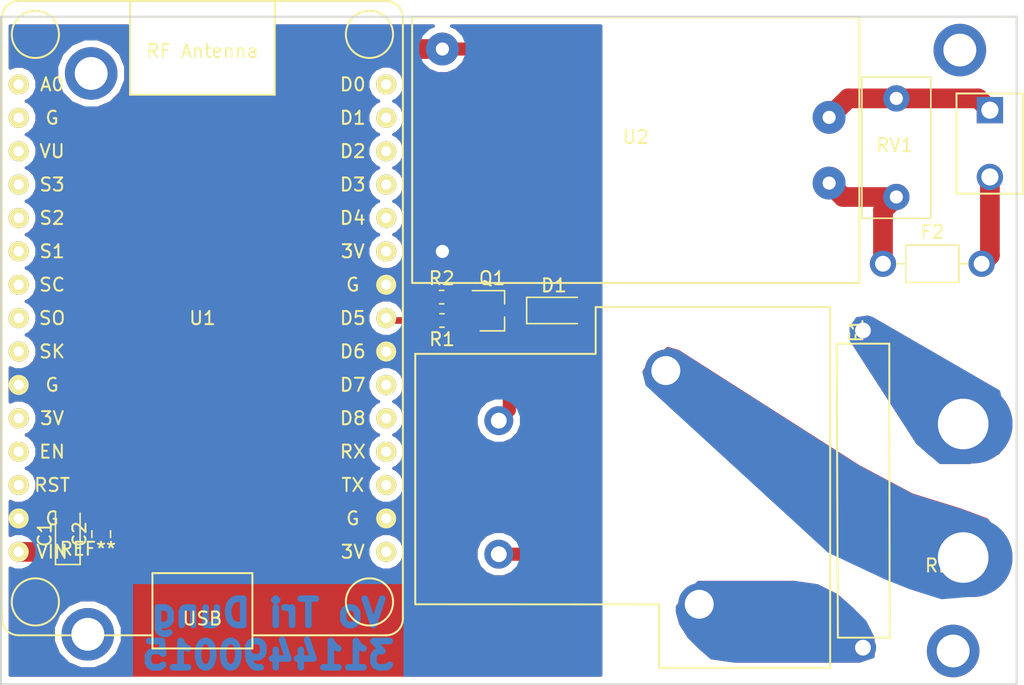
<source format=kicad_pcb>
(kicad_pcb (version 20171130) (host pcbnew 5.0.0-fee4fd1~66~ubuntu16.04.1)

  (general
    (thickness 1.6)
    (drawings 6)
    (tracks 69)
    (zones 0)
    (modules 19)
    (nets 12)
  )

  (page A4)
  (layers
    (0 F.Cu signal)
    (31 B.Cu signal)
    (32 B.Adhes user)
    (33 F.Adhes user)
    (34 B.Paste user)
    (35 F.Paste user)
    (36 B.SilkS user)
    (37 F.SilkS user)
    (38 B.Mask user)
    (39 F.Mask user)
    (40 Dwgs.User user)
    (41 Cmts.User user)
    (42 Eco1.User user)
    (43 Eco2.User user)
    (44 Edge.Cuts user)
    (45 Margin user)
    (46 B.CrtYd user hide)
    (47 F.CrtYd user hide)
    (48 B.Fab user)
    (49 F.Fab user hide)
  )

  (setup
    (last_trace_width 0.25)
    (user_trace_width 0.3)
    (user_trace_width 0.5)
    (user_trace_width 1)
    (user_trace_width 1.5)
    (user_trace_width 5)
    (trace_clearance 0.2)
    (zone_clearance 0.508)
    (zone_45_only no)
    (trace_min 0.2)
    (segment_width 0.2)
    (edge_width 0.15)
    (via_size 0.8)
    (via_drill 0.4)
    (via_min_size 0.4)
    (via_min_drill 0.3)
    (user_via 1 0.5)
    (user_via 1.2 0.7)
    (uvia_size 0.3)
    (uvia_drill 0.1)
    (uvias_allowed no)
    (uvia_min_size 0.2)
    (uvia_min_drill 0.1)
    (pcb_text_width 0.3)
    (pcb_text_size 1.5 1.5)
    (mod_edge_width 0.15)
    (mod_text_size 1 1)
    (mod_text_width 0.15)
    (pad_size 4 4)
    (pad_drill 2.5)
    (pad_to_mask_clearance 0.2)
    (aux_axis_origin 0 0)
    (visible_elements FFFFFF7F)
    (pcbplotparams
      (layerselection 0x010fc_ffffffff)
      (usegerberextensions false)
      (usegerberattributes false)
      (usegerberadvancedattributes false)
      (creategerberjobfile false)
      (excludeedgelayer true)
      (linewidth 0.100000)
      (plotframeref false)
      (viasonmask false)
      (mode 1)
      (useauxorigin false)
      (hpglpennumber 1)
      (hpglpenspeed 20)
      (hpglpendiameter 15.000000)
      (psnegative false)
      (psa4output false)
      (plotreference true)
      (plotvalue true)
      (plotinvisibletext false)
      (padsonsilk false)
      (subtractmaskfromsilk false)
      (outputformat 1)
      (mirror false)
      (drillshape 0)
      (scaleselection 1)
      (outputdirectory "gerber-8x5cm/"))
  )

  (net 0 "")
  (net 1 Vin)
  (net 2 GND)
  (net 3 "Net-(D1-Pad1)")
  (net 4 "Net-(F1-Pad1)")
  (net 5 "Net-(F1-Pad2)")
  (net 6 "Net-(F2-Pad1)")
  (net 7 "Net-(F2-Pad2)")
  (net 8 "Net-(J2-Pad1)")
  (net 9 "Net-(J3-Pad1)")
  (net 10 "Net-(Q1-Pad1)")
  (net 11 IO14)

  (net_class Default "This is the default net class."
    (clearance 0.2)
    (trace_width 0.25)
    (via_dia 0.8)
    (via_drill 0.4)
    (uvia_dia 0.3)
    (uvia_drill 0.1)
    (add_net GND)
    (add_net IO14)
    (add_net "Net-(D1-Pad1)")
    (add_net "Net-(F1-Pad1)")
    (add_net "Net-(F1-Pad2)")
    (add_net "Net-(F2-Pad1)")
    (add_net "Net-(F2-Pad2)")
    (add_net "Net-(J2-Pad1)")
    (add_net "Net-(J3-Pad1)")
    (add_net "Net-(Q1-Pad1)")
    (add_net Vin)
  )

  (module Connector:Banana_Jack_1Pin (layer F.Cu) (tedit 5C0CE0C0) (tstamp 5C1EACE1)
    (at 113.538 98.298)
    (descr "Single banana socket, footprint - 6mm drill")
    (tags "banana socket")
    (fp_text reference REF** (at 0 -6.5) (layer F.SilkS) hide
      (effects (font (size 1 1) (thickness 0.15)))
    )
    (fp_text value Banana_Jack_1Pin (at -0.25 6.5) (layer F.Fab)
      (effects (font (size 1 1) (thickness 0.15)))
    )
    (fp_text user %R (at 0 0) (layer F.Fab)
      (effects (font (size 0.8 0.8) (thickness 0.12)))
    )
    (fp_circle (center 0 0) (end 2 0) (layer F.Fab) (width 0.1))
    (pad 1 thru_hole circle (at 0 0) (size 4 4) (drill 2.5) (layers *.Cu *.Mask))
    (model ${KISYS3DMOD}/Connector.3dshapes/Banana_Jack_1Pin.wrl
      (at (xyz 0 0 0))
      (scale (xyz 2 2 2))
      (rotate (xyz 0 0 0))
    )
  )

  (module Connector:Banana_Jack_1Pin (layer F.Cu) (tedit 5C0CDEAC) (tstamp 5C1EACD5)
    (at 113.284 140.97)
    (descr "Single banana socket, footprint - 6mm drill")
    (tags "banana socket")
    (fp_text reference REF** (at 0 -6.5) (layer F.SilkS)
      (effects (font (size 1 1) (thickness 0.15)))
    )
    (fp_text value Banana_Jack_1Pin (at -0.25 6.5) (layer F.Fab)
      (effects (font (size 1 1) (thickness 0.15)))
    )
    (fp_circle (center 0 0) (end 2 0) (layer F.Fab) (width 0.1))
    (fp_text user %R (at 0 0) (layer F.Fab)
      (effects (font (size 0.8 0.8) (thickness 0.12)))
    )
    (pad 1 thru_hole circle (at 0 0) (size 4 4) (drill 2.5) (layers *.Cu *.Mask))
    (model ${KISYS3DMOD}/Connector.3dshapes/Banana_Jack_1Pin.wrl
      (at (xyz 0 0 0))
      (scale (xyz 2 2 2))
      (rotate (xyz 0 0 0))
    )
  )

  (module Connector:Banana_Jack_1Pin (layer F.Cu) (tedit 5C0CDEAC) (tstamp 5C1EAC28)
    (at 179.07 142.24)
    (descr "Single banana socket, footprint - 6mm drill")
    (tags "banana socket")
    (fp_text reference REF** (at 0 -6.5) (layer F.SilkS)
      (effects (font (size 1 1) (thickness 0.15)))
    )
    (fp_text value Banana_Jack_1Pin (at -0.25 6.5) (layer F.Fab)
      (effects (font (size 1 1) (thickness 0.15)))
    )
    (fp_text user %R (at 0 0) (layer F.Fab)
      (effects (font (size 0.8 0.8) (thickness 0.12)))
    )
    (fp_circle (center 0 0) (end 2 0) (layer F.Fab) (width 0.1))
    (pad 1 thru_hole circle (at 0 0) (size 4 4) (drill 2.5) (layers *.Cu *.Mask))
    (model ${KISYS3DMOD}/Connector.3dshapes/Banana_Jack_1Pin.wrl
      (at (xyz 0 0 0))
      (scale (xyz 2 2 2))
      (rotate (xyz 0 0 0))
    )
  )

  (module Connector:Banana_Jack_1Pin (layer F.Cu) (tedit 5C0CE0A4) (tstamp 5C1EAB8C)
    (at 179.578 96.52)
    (descr "Single banana socket, footprint - 6mm drill")
    (tags "banana socket")
    (fp_text reference REF** (at 0 -6.5) (layer F.SilkS) hide
      (effects (font (size 1 1) (thickness 0.15)))
    )
    (fp_text value Banana_Jack_1Pin (at -0.25 6.5) (layer F.Fab)
      (effects (font (size 1 1) (thickness 0.15)))
    )
    (fp_circle (center 0 0) (end 2 0) (layer F.Fab) (width 0.1))
    (fp_text user %R (at 0 0) (layer F.Fab)
      (effects (font (size 0.8 0.8) (thickness 0.12)))
    )
    (pad 1 thru_hole circle (at 0 0) (size 4 4) (drill 2.5) (layers *.Cu *.Mask))
    (model ${KISYS3DMOD}/Connector.3dshapes/Banana_Jack_1Pin.wrl
      (at (xyz 0 0 0))
      (scale (xyz 2 2 2))
      (rotate (xyz 0 0 0))
    )
  )

  (module Capacitor_THT:C_Axial_L3.8mm_D2.6mm_P7.50mm_Horizontal (layer F.Cu) (tedit 5C0CDC8B) (tstamp 5C1E2773)
    (at 173.736 112.776)
    (descr "C, Axial series, Axial, Horizontal, pin pitch=7.5mm, , length*diameter=3.8*2.6mm^2, http://www.vishay.com/docs/45231/arseries.pdf")
    (tags "C Axial series Axial Horizontal pin pitch 7.5mm  length 3.8mm diameter 2.6mm")
    (path /5C0CFEE5)
    (fp_text reference F2 (at 3.75 -2.42) (layer F.SilkS)
      (effects (font (size 1 1) (thickness 0.15)))
    )
    (fp_text value Fuse (at 3.75 2.42) (layer F.Fab)
      (effects (font (size 1 1) (thickness 0.15)))
    )
    (fp_line (start 1.85 -1.3) (end 1.85 1.3) (layer F.Fab) (width 0.1))
    (fp_line (start 1.85 1.3) (end 5.65 1.3) (layer F.Fab) (width 0.1))
    (fp_line (start 5.65 1.3) (end 5.65 -1.3) (layer F.Fab) (width 0.1))
    (fp_line (start 5.65 -1.3) (end 1.85 -1.3) (layer F.Fab) (width 0.1))
    (fp_line (start 0 0) (end 1.85 0) (layer F.Fab) (width 0.1))
    (fp_line (start 7.5 0) (end 5.65 0) (layer F.Fab) (width 0.1))
    (fp_line (start 1.73 -1.42) (end 1.73 1.42) (layer F.SilkS) (width 0.12))
    (fp_line (start 1.73 1.42) (end 5.77 1.42) (layer F.SilkS) (width 0.12))
    (fp_line (start 5.77 1.42) (end 5.77 -1.42) (layer F.SilkS) (width 0.12))
    (fp_line (start 5.77 -1.42) (end 1.73 -1.42) (layer F.SilkS) (width 0.12))
    (fp_line (start 1.04 0) (end 1.73 0) (layer F.SilkS) (width 0.12))
    (fp_line (start 6.46 0) (end 5.77 0) (layer F.SilkS) (width 0.12))
    (fp_line (start -1.05 -1.55) (end -1.05 1.55) (layer F.CrtYd) (width 0.05))
    (fp_line (start -1.05 1.55) (end 8.55 1.55) (layer F.CrtYd) (width 0.05))
    (fp_line (start 8.55 1.55) (end 8.55 -1.55) (layer F.CrtYd) (width 0.05))
    (fp_line (start 8.55 -1.55) (end -1.05 -1.55) (layer F.CrtYd) (width 0.05))
    (fp_text user %R (at 3.75 0) (layer F.Fab)
      (effects (font (size 0.76 0.76) (thickness 0.114)))
    )
    (pad 1 thru_hole circle (at 0 0) (size 2 2) (drill 1.2) (layers *.Cu *.Mask)
      (net 6 "Net-(F2-Pad1)"))
    (pad 2 thru_hole oval (at 7.5 0) (size 2 2) (drill 1.2) (layers *.Cu *.Mask)
      (net 7 "Net-(F2-Pad2)"))
    (model ${KISYS3DMOD}/Capacitor_THT.3dshapes/C_Axial_L3.8mm_D2.6mm_P7.50mm_Horizontal.wrl
      (at (xyz 0 0 0))
      (scale (xyz 1 1 1))
      (rotate (xyz 0 0 0))
    )
  )

  (module Connector_PinSocket_2.54mm:PinSocket_1x02_P2.54mm_Vertical (layer F.Cu) (tedit 5C0CE0A9) (tstamp 5C1E2793)
    (at 181.864 101.092)
    (descr "Through hole straight socket strip, 1x02, 2.54mm pitch, single row (from Kicad 4.0.7), script generated")
    (tags "Through hole socket strip THT 1x02 2.54mm single row")
    (path /5C0D1678)
    (fp_text reference J3 (at 0 -2.77) (layer F.SilkS) hide
      (effects (font (size 1 1) (thickness 0.15)))
    )
    (fp_text value Motor (at 0 5.31) (layer F.Fab)
      (effects (font (size 1 1) (thickness 0.15)))
    )
    (fp_text user %R (at 0 1.27 90) (layer F.Fab)
      (effects (font (size 1 1) (thickness 0.15)))
    )
    (fp_line (start -2.54 -1.27) (end 2.54 -1.27) (layer F.SilkS) (width 0.15))
    (fp_line (start 2.54 -1.27) (end 2.54 6.35) (layer F.SilkS) (width 0.15))
    (fp_line (start 2.54 6.35) (end -2.54 6.35) (layer F.SilkS) (width 0.15))
    (fp_line (start -2.54 6.35) (end -2.54 -1.27) (layer F.SilkS) (width 0.15))
    (pad 1 thru_hole rect (at 0 0) (size 2 2) (drill 1.3) (layers *.Cu *.Mask)
      (net 9 "Net-(J3-Pad1)"))
    (pad 2 thru_hole oval (at 0 5.08) (size 2 2) (drill 1.3) (layers *.Cu *.Mask)
      (net 7 "Net-(F2-Pad2)"))
    (model ${KISYS3DMOD}/Connector_PinSocket_2.54mm.3dshapes/PinSocket_1x02_P2.54mm_Vertical.wrl
      (at (xyz 0 0 0))
      (scale (xyz 1 1 1))
      (rotate (xyz 0 0 0))
    )
  )

  (module footprints:B78108E (layer F.Cu) (tedit 5C0CD9AF) (tstamp 5C1E87E8)
    (at 172.212 117.856 270)
    (path /5C0D7054)
    (fp_text reference F1 (at 0 0.5 270) (layer F.SilkS)
      (effects (font (size 1 1) (thickness 0.15)))
    )
    (fp_text value Fuse (at 0 -0.5 270) (layer F.Fab)
      (effects (font (size 1 1) (thickness 0.15)))
    )
    (fp_line (start 1 -2) (end 23.368 -2.032) (layer F.SilkS) (width 0.15))
    (fp_line (start 1 2) (end 23.368 1.905) (layer F.SilkS) (width 0.15))
    (fp_line (start 23.368 -2.095) (end 23.368 1.905) (layer F.SilkS) (width 0.15))
    (fp_line (start 1 -2) (end 1 2) (layer F.SilkS) (width 0.15))
    (pad 1 thru_hole circle (at 0 0 270) (size 2 2) (drill 1.2) (layers *.Cu *.Mask)
      (net 4 "Net-(F1-Pad1)"))
    (pad 2 thru_hole circle (at 24.13 0 270) (size 2 2) (drill 1.2) (layers *.Cu *.Mask)
      (net 5 "Net-(F1-Pad2)"))
    (model ${KISYS3DMOD}/Resistor_THT.3dshapes/R_Axial_DIN0922_L20.0mm_D9.0mm_P25.40mm_Horizontal.wrl
      (at (xyz 0 0 0))
      (scale (xyz 0.95 0.5 0.5))
      (rotate (xyz 0 0 0))
    )
  )

  (module Capacitor_SMD:C_0805_2012Metric (layer F.Cu) (tedit 5B36C52B) (tstamp 5C1E266D)
    (at 114.3 133.35 90)
    (descr "Capacitor SMD 0805 (2012 Metric), square (rectangular) end terminal, IPC_7351 nominal, (Body size source: https://docs.google.com/spreadsheets/d/1BsfQQcO9C6DZCsRaXUlFlo91Tg2WpOkGARC1WS5S8t0/edit?usp=sharing), generated with kicad-footprint-generator")
    (tags capacitor)
    (path /5C0D19DD)
    (attr smd)
    (fp_text reference C2 (at 0 -1.65 90) (layer F.SilkS)
      (effects (font (size 1 1) (thickness 0.15)))
    )
    (fp_text value 10uF (at 0 1.65 90) (layer F.Fab)
      (effects (font (size 1 1) (thickness 0.15)))
    )
    (fp_text user %R (at 0 0 90) (layer F.Fab)
      (effects (font (size 0.5 0.5) (thickness 0.08)))
    )
    (fp_line (start 1.68 0.95) (end -1.68 0.95) (layer F.CrtYd) (width 0.05))
    (fp_line (start 1.68 -0.95) (end 1.68 0.95) (layer F.CrtYd) (width 0.05))
    (fp_line (start -1.68 -0.95) (end 1.68 -0.95) (layer F.CrtYd) (width 0.05))
    (fp_line (start -1.68 0.95) (end -1.68 -0.95) (layer F.CrtYd) (width 0.05))
    (fp_line (start -0.258578 0.71) (end 0.258578 0.71) (layer F.SilkS) (width 0.12))
    (fp_line (start -0.258578 -0.71) (end 0.258578 -0.71) (layer F.SilkS) (width 0.12))
    (fp_line (start 1 0.6) (end -1 0.6) (layer F.Fab) (width 0.1))
    (fp_line (start 1 -0.6) (end 1 0.6) (layer F.Fab) (width 0.1))
    (fp_line (start -1 -0.6) (end 1 -0.6) (layer F.Fab) (width 0.1))
    (fp_line (start -1 0.6) (end -1 -0.6) (layer F.Fab) (width 0.1))
    (pad 2 smd roundrect (at 0.9375 0 90) (size 0.975 1.4) (layers F.Cu F.Paste F.Mask) (roundrect_rratio 0.25)
      (net 2 GND))
    (pad 1 smd roundrect (at -0.9375 0 90) (size 0.975 1.4) (layers F.Cu F.Paste F.Mask) (roundrect_rratio 0.25)
      (net 1 Vin))
    (model ${KISYS3DMOD}/Capacitor_SMD.3dshapes/C_0805_2012Metric.wrl
      (at (xyz 0 0 0))
      (scale (xyz 1 1 1))
      (rotate (xyz 0 0 0))
    )
  )

  (module Diode_SMD:D_SOD-123F (layer F.Cu) (tedit 587F7769) (tstamp 5C1E2752)
    (at 148.844 116.332)
    (descr D_SOD-123F)
    (tags D_SOD-123F)
    (path /5C0CCEC2)
    (attr smd)
    (fp_text reference D1 (at -0.127 -1.905) (layer F.SilkS)
      (effects (font (size 1 1) (thickness 0.15)))
    )
    (fp_text value DIODE (at 0 2.1) (layer F.Fab)
      (effects (font (size 1 1) (thickness 0.15)))
    )
    (fp_text user %R (at -0.127 -1.905) (layer F.Fab)
      (effects (font (size 1 1) (thickness 0.15)))
    )
    (fp_line (start -2.2 -1) (end -2.2 1) (layer F.SilkS) (width 0.12))
    (fp_line (start 0.25 0) (end 0.75 0) (layer F.Fab) (width 0.1))
    (fp_line (start 0.25 0.4) (end -0.35 0) (layer F.Fab) (width 0.1))
    (fp_line (start 0.25 -0.4) (end 0.25 0.4) (layer F.Fab) (width 0.1))
    (fp_line (start -0.35 0) (end 0.25 -0.4) (layer F.Fab) (width 0.1))
    (fp_line (start -0.35 0) (end -0.35 0.55) (layer F.Fab) (width 0.1))
    (fp_line (start -0.35 0) (end -0.35 -0.55) (layer F.Fab) (width 0.1))
    (fp_line (start -0.75 0) (end -0.35 0) (layer F.Fab) (width 0.1))
    (fp_line (start -1.4 0.9) (end -1.4 -0.9) (layer F.Fab) (width 0.1))
    (fp_line (start 1.4 0.9) (end -1.4 0.9) (layer F.Fab) (width 0.1))
    (fp_line (start 1.4 -0.9) (end 1.4 0.9) (layer F.Fab) (width 0.1))
    (fp_line (start -1.4 -0.9) (end 1.4 -0.9) (layer F.Fab) (width 0.1))
    (fp_line (start -2.2 -1.15) (end 2.2 -1.15) (layer F.CrtYd) (width 0.05))
    (fp_line (start 2.2 -1.15) (end 2.2 1.15) (layer F.CrtYd) (width 0.05))
    (fp_line (start 2.2 1.15) (end -2.2 1.15) (layer F.CrtYd) (width 0.05))
    (fp_line (start -2.2 -1.15) (end -2.2 1.15) (layer F.CrtYd) (width 0.05))
    (fp_line (start -2.2 1) (end 1.65 1) (layer F.SilkS) (width 0.12))
    (fp_line (start -2.2 -1) (end 1.65 -1) (layer F.SilkS) (width 0.12))
    (pad 1 smd rect (at -1.4 0) (size 1.1 1.1) (layers F.Cu F.Paste F.Mask)
      (net 3 "Net-(D1-Pad1)"))
    (pad 2 smd rect (at 1.4 0) (size 1.1 1.1) (layers F.Cu F.Paste F.Mask)
      (net 1 Vin))
    (model ${KISYS3DMOD}/Diode_SMD.3dshapes/D_SOD-123F.wrl
      (at (xyz 0 0 0))
      (scale (xyz 1 1 1))
      (rotate (xyz 0 0 0))
    )
  )

  (module footprints:Hold_Pin_AC_SS (layer F.Cu) (tedit 5C0CE0B4) (tstamp 5C1E2778)
    (at 179.832 124.968)
    (path /5C0D3EF3)
    (fp_text reference J1 (at 0 2.54) (layer F.SilkS) hide
      (effects (font (size 0.6 0.6) (thickness 0.15)))
    )
    (fp_text value Conn_01x01 (at -4.825 -0.005 90) (layer F.SilkS) hide
      (effects (font (size 1 1) (thickness 0.25)))
    )
    (pad 1 thru_hole oval (at 0 0) (size 7.5 6) (drill 3.85) (layers *.Cu *.Mask)
      (net 4 "Net-(F1-Pad1)"))
  )

  (module footprints:Hold_Pin_AC_SS (layer F.Cu) (tedit 5C0CE0B7) (tstamp 5C1E277D)
    (at 179.832 135.128)
    (path /5C0D3FFB)
    (fp_text reference J2 (at 0 2.54) (layer F.SilkS) hide
      (effects (font (size 0.6 0.6) (thickness 0.15)))
    )
    (fp_text value Conn_01x01 (at -4.825 -0.005 90) (layer F.SilkS) hide
      (effects (font (size 1 1) (thickness 0.25)))
    )
    (pad 1 thru_hole oval (at 0 0) (size 7.5 6) (drill 3.85) (layers *.Cu *.Mask)
      (net 8 "Net-(J2-Pad1)"))
  )

  (module ESP8266:YX209E (layer F.Cu) (tedit 5BA9BE89) (tstamp 5C1E27A3)
    (at 154.686 129.794 270)
    (path /5C0CCCE1)
    (fp_text reference K1 (at 0 -5.588 270) (layer F.SilkS) hide
      (effects (font (size 1 1) (thickness 0.15)))
    )
    (fp_text value FINDER-32.21-x300 (at 0.254 -7.62 270) (layer F.Fab)
      (effects (font (size 1 1) (thickness 0.15)))
    )
    (fp_line (start -13.684 -15.032) (end 13.716 -15.032) (layer F.SilkS) (width 0.15))
    (fp_line (start -13.716 -14.986) (end -13.716 2.794) (layer F.SilkS) (width 0.15))
    (fp_line (start -10.16 16.51) (end 8.89 16.51) (layer F.SilkS) (width 0.15))
    (fp_line (start 8.9 -1.98) (end 8.89 16.51) (layer F.SilkS) (width 0.15))
    (fp_line (start 13.67 -2.032) (end 8.89 -2.032) (layer F.SilkS) (width 0.15))
    (fp_line (start 13.716 -2.032) (end 13.716 -15.032) (layer F.SilkS) (width 0.15))
    (fp_line (start -10.16 2.794) (end -10.16 16.51) (layer F.SilkS) (width 0.15))
    (fp_line (start -10.186 2.794) (end -13.716 2.794) (layer F.SilkS) (width 0.15))
    (pad 1 thru_hole circle (at 5.08 10.16 270) (size 2.2 2.2) (drill 1.2) (layers *.Cu *.Mask)
      (net 1 Vin))
    (pad 5 thru_hole circle (at -5.08 10.16 270) (size 2.2 2.2) (drill 1.2) (layers *.Cu *.Mask)
      (net 3 "Net-(D1-Pad1)"))
    (pad 2 thru_hole circle (at 8.89 -5.08 270) (size 3.2 3.2) (drill 2.2) (layers *.Cu *.Mask)
      (net 5 "Net-(F1-Pad2)"))
    (pad 3 thru_hole circle (at -8.89 -2.54 270) (size 3.2 3.2) (drill 2.2) (layers *.Cu *.Mask)
      (net 8 "Net-(J2-Pad1)"))
  )

  (module Resistor_SMD:R_0603_1608Metric (layer F.Cu) (tedit 5B301BBD) (tstamp 5C1E8BC9)
    (at 140.208 117.094 180)
    (descr "Resistor SMD 0603 (1608 Metric), square (rectangular) end terminal, IPC_7351 nominal, (Body size source: http://www.tortai-tech.com/upload/download/2011102023233369053.pdf), generated with kicad-footprint-generator")
    (tags resistor)
    (path /5C0CD6C6)
    (attr smd)
    (fp_text reference R1 (at 0 -1.43 180) (layer F.SilkS)
      (effects (font (size 1 1) (thickness 0.15)))
    )
    (fp_text value 1k (at 0 1.43 180) (layer F.Fab)
      (effects (font (size 1 1) (thickness 0.15)))
    )
    (fp_line (start -0.8 0.4) (end -0.8 -0.4) (layer F.Fab) (width 0.1))
    (fp_line (start -0.8 -0.4) (end 0.8 -0.4) (layer F.Fab) (width 0.1))
    (fp_line (start 0.8 -0.4) (end 0.8 0.4) (layer F.Fab) (width 0.1))
    (fp_line (start 0.8 0.4) (end -0.8 0.4) (layer F.Fab) (width 0.1))
    (fp_line (start -0.162779 -0.51) (end 0.162779 -0.51) (layer F.SilkS) (width 0.12))
    (fp_line (start -0.162779 0.51) (end 0.162779 0.51) (layer F.SilkS) (width 0.12))
    (fp_line (start -1.48 0.73) (end -1.48 -0.73) (layer F.CrtYd) (width 0.05))
    (fp_line (start -1.48 -0.73) (end 1.48 -0.73) (layer F.CrtYd) (width 0.05))
    (fp_line (start 1.48 -0.73) (end 1.48 0.73) (layer F.CrtYd) (width 0.05))
    (fp_line (start 1.48 0.73) (end -1.48 0.73) (layer F.CrtYd) (width 0.05))
    (fp_text user %R (at 0 0 180) (layer F.Fab)
      (effects (font (size 0.4 0.4) (thickness 0.06)))
    )
    (pad 1 smd roundrect (at -0.7875 0 180) (size 0.875 0.95) (layers F.Cu F.Paste F.Mask) (roundrect_rratio 0.25)
      (net 10 "Net-(Q1-Pad1)"))
    (pad 2 smd roundrect (at 0.7875 0 180) (size 0.875 0.95) (layers F.Cu F.Paste F.Mask) (roundrect_rratio 0.25)
      (net 11 IO14))
    (model ${KISYS3DMOD}/Resistor_SMD.3dshapes/R_0603_1608Metric.wrl
      (at (xyz 0 0 0))
      (scale (xyz 1 1 1))
      (rotate (xyz 0 0 0))
    )
  )

  (module "ESP8266:NodeMCU1.0(12-E)" (layer F.Cu) (tedit 5AF3DDCB) (tstamp 5C1E281B)
    (at 121.995001 116.915001)
    (path /5C0CC8E9)
    (fp_text reference U1 (at 0 0) (layer F.SilkS)
      (effects (font (size 1 1) (thickness 0.15)))
    )
    (fp_text value "NodeMCU1.0(ESP-12E)" (at 0 -5.08) (layer F.Fab)
      (effects (font (size 1 1) (thickness 0.15)))
    )
    (fp_line (start 13.98 24.13) (end 3.81 24.13) (layer F.SilkS) (width 0.15))
    (fp_text user USB (at 0 22.86) (layer F.SilkS)
      (effects (font (size 1 1) (thickness 0.15)))
    )
    (fp_text user "RF Antenna" (at 0 -20.32) (layer F.SilkS)
      (effects (font (size 1 1) (thickness 0.15)))
    )
    (fp_line (start 5.5 -17) (end -5.5 -17) (layer F.SilkS) (width 0.15))
    (fp_line (start 5.5 -24.13) (end 5.5 -17) (layer F.SilkS) (width 0.15))
    (fp_line (start -5.5 -17) (end -5.5 -24.13) (layer F.SilkS) (width 0.15))
    (fp_line (start -3.8 25.13) (end -3.8 19.4) (layer F.SilkS) (width 0.15))
    (fp_line (start -3.8 19.4) (end 3.8 19.4) (layer F.SilkS) (width 0.15))
    (fp_line (start 3.8 19.4) (end 3.8 25.13) (layer F.SilkS) (width 0.15))
    (fp_line (start 3.8 25.13) (end -3.8 25.13) (layer F.SilkS) (width 0.15))
    (fp_arc (start -13.97 -22.86) (end -15.24 -22.86) (angle 90) (layer F.SilkS) (width 0.15))
    (fp_arc (start 13.97 -22.86) (end 13.97 -24.13) (angle 90) (layer F.SilkS) (width 0.15))
    (fp_arc (start 13.97 22.86) (end 15.24 22.86) (angle 90) (layer F.SilkS) (width 0.15))
    (fp_arc (start -13.97 22.86) (end -13.97 24.13) (angle 90) (layer F.SilkS) (width 0.15))
    (fp_line (start 15.24 -22.86) (end 15.24 22.86) (layer F.SilkS) (width 0.15))
    (fp_line (start -15.24 -22.86) (end -15.24 22.86) (layer F.SilkS) (width 0.15))
    (fp_line (start -3.8 24.13) (end -13.97 24.13) (layer F.SilkS) (width 0.15))
    (fp_text user VIN (at -11.43 17.78) (layer F.SilkS)
      (effects (font (size 1 1) (thickness 0.15)))
    )
    (fp_text user G (at -11.43 15.24) (layer F.SilkS)
      (effects (font (size 1 1) (thickness 0.15)))
    )
    (fp_text user RST (at -11.43 12.7) (layer F.SilkS)
      (effects (font (size 1 1) (thickness 0.15)))
    )
    (fp_text user EN (at -11.43 10.16) (layer F.SilkS)
      (effects (font (size 1 1) (thickness 0.15)))
    )
    (fp_text user 3V (at -11.43 7.62) (layer F.SilkS)
      (effects (font (size 1 1) (thickness 0.15)))
    )
    (fp_text user G (at -11.43 5.08) (layer F.SilkS)
      (effects (font (size 1 1) (thickness 0.15)))
    )
    (fp_text user SK (at -11.43 2.54) (layer F.SilkS)
      (effects (font (size 1 1) (thickness 0.15)))
    )
    (fp_text user SO (at -11.43 0) (layer F.SilkS)
      (effects (font (size 1 1) (thickness 0.15)))
    )
    (fp_text user SC (at -11.43 -2.54) (layer F.SilkS)
      (effects (font (size 1 1) (thickness 0.15)))
    )
    (fp_text user S1 (at -11.43 -5.08) (layer F.SilkS)
      (effects (font (size 1 1) (thickness 0.15)))
    )
    (fp_text user S2 (at -11.43 -7.62) (layer F.SilkS)
      (effects (font (size 1 1) (thickness 0.15)))
    )
    (fp_text user S3 (at -11.43 -10.16) (layer F.SilkS)
      (effects (font (size 1 1) (thickness 0.15)))
    )
    (fp_text user VU (at -11.43 -12.7) (layer F.SilkS)
      (effects (font (size 1 1) (thickness 0.15)))
    )
    (fp_text user G (at -11.43 -15.24) (layer F.SilkS)
      (effects (font (size 1 1) (thickness 0.15)))
    )
    (fp_text user A0 (at -11.43 -17.78) (layer F.SilkS)
      (effects (font (size 1 1) (thickness 0.15)))
    )
    (fp_text user 3V (at 11.43 17.78) (layer F.SilkS)
      (effects (font (size 1 1) (thickness 0.15)))
    )
    (fp_text user G (at 11.43 15.24) (layer F.SilkS)
      (effects (font (size 1 1) (thickness 0.15)))
    )
    (fp_text user TX (at 11.43 12.7) (layer F.SilkS)
      (effects (font (size 1 1) (thickness 0.15)))
    )
    (fp_text user RX (at 11.43 10.16) (layer F.SilkS)
      (effects (font (size 1 1) (thickness 0.15)))
    )
    (fp_text user D8 (at 11.43 7.62) (layer F.SilkS)
      (effects (font (size 1 1) (thickness 0.15)))
    )
    (fp_text user D7 (at 11.43 5.08) (layer F.SilkS)
      (effects (font (size 1 1) (thickness 0.15)))
    )
    (fp_text user D6 (at 11.43 2.54) (layer F.SilkS)
      (effects (font (size 1 1) (thickness 0.15)))
    )
    (fp_text user D5 (at 11.43 0) (layer F.SilkS)
      (effects (font (size 1 1) (thickness 0.15)))
    )
    (fp_text user G (at 11.43 -2.54) (layer F.SilkS)
      (effects (font (size 1 1) (thickness 0.15)))
    )
    (fp_text user 3V (at 11.43 -5.08) (layer F.SilkS)
      (effects (font (size 1 1) (thickness 0.15)))
    )
    (fp_text user D4 (at 11.43 -7.62) (layer F.SilkS)
      (effects (font (size 1 1) (thickness 0.15)))
    )
    (fp_text user D3 (at 11.43 -10.16) (layer F.SilkS)
      (effects (font (size 1 1) (thickness 0.15)))
    )
    (fp_text user D2 (at 11.43 -12.7) (layer F.SilkS)
      (effects (font (size 1 1) (thickness 0.15)))
    )
    (fp_text user D1 (at 11.43 -15.24) (layer F.SilkS)
      (effects (font (size 1 1) (thickness 0.15)))
    )
    (fp_text user D0 (at 11.43 -17.78) (layer F.SilkS)
      (effects (font (size 1 1) (thickness 0.15)))
    )
    (fp_circle (center 12.7 21.59) (end 13.97 20.32) (layer F.SilkS) (width 0.15))
    (fp_circle (center -12.7 21.59) (end -11.43 20.32) (layer F.SilkS) (width 0.15))
    (fp_circle (center -12.7 -21.59) (end -11.43 -22.86) (layer F.SilkS) (width 0.15))
    (fp_circle (center 12.7 -21.59) (end 13.97 -22.86) (layer F.SilkS) (width 0.15))
    (fp_line (start 13.97 -24.13) (end -13.97 -24.13) (layer F.SilkS) (width 0.15))
    (pad 1 thru_hole circle (at -13.97 -17.78) (size 1.524 1.524) (drill 0.762) (layers *.Cu *.Mask F.SilkS))
    (pad 2 thru_hole circle (at -13.97 -15.24) (size 1.524 1.524) (drill 0.762) (layers *.Cu *.Mask F.SilkS))
    (pad 3 thru_hole circle (at -13.97 -12.7) (size 1.524 1.524) (drill 0.762) (layers *.Cu *.Mask F.SilkS))
    (pad 4 thru_hole circle (at -13.97 -10.16) (size 1.524 1.524) (drill 0.762) (layers *.Cu *.Mask F.SilkS))
    (pad 5 thru_hole circle (at -13.97 -7.62) (size 1.524 1.524) (drill 0.762) (layers *.Cu *.Mask F.SilkS))
    (pad 6 thru_hole circle (at -13.97 -5.08) (size 1.524 1.524) (drill 0.762) (layers *.Cu *.Mask F.SilkS))
    (pad 7 thru_hole circle (at -13.97 -2.54) (size 1.524 1.524) (drill 0.762) (layers *.Cu *.Mask F.SilkS))
    (pad 8 thru_hole circle (at -13.97 0) (size 1.524 1.524) (drill 0.762) (layers *.Cu *.Mask F.SilkS))
    (pad 9 thru_hole circle (at -13.97 2.54) (size 1.524 1.524) (drill 0.762) (layers *.Cu *.Mask F.SilkS))
    (pad 10 thru_hole circle (at -13.97 5.08) (size 1.524 1.524) (drill 0.762) (layers *.Cu *.Mask F.SilkS)
      (net 2 GND))
    (pad 11 thru_hole circle (at -13.97 7.62) (size 1.524 1.524) (drill 0.762) (layers *.Cu *.Mask F.SilkS))
    (pad 12 thru_hole circle (at -13.97 10.16) (size 1.524 1.524) (drill 0.762) (layers *.Cu *.Mask F.SilkS))
    (pad 13 thru_hole circle (at -13.97 12.7) (size 1.524 1.524) (drill 0.762) (layers *.Cu *.Mask F.SilkS))
    (pad 14 thru_hole circle (at -13.97 15.24) (size 1.524 1.524) (drill 0.762) (layers *.Cu *.Mask F.SilkS)
      (net 2 GND))
    (pad 15 thru_hole circle (at -13.97 17.78) (size 1.524 1.524) (drill 0.762) (layers *.Cu *.Mask F.SilkS)
      (net 1 Vin))
    (pad 16 thru_hole circle (at 13.97 17.78) (size 1.524 1.524) (drill 0.762) (layers *.Cu *.Mask F.SilkS))
    (pad 17 thru_hole circle (at 13.97 15.24) (size 1.524 1.524) (drill 0.762) (layers *.Cu *.Mask F.SilkS)
      (net 2 GND))
    (pad 18 thru_hole circle (at 13.97 12.7) (size 1.524 1.524) (drill 0.762) (layers *.Cu *.Mask F.SilkS))
    (pad 19 thru_hole circle (at 13.97 10.16) (size 1.524 1.524) (drill 0.762) (layers *.Cu *.Mask F.SilkS))
    (pad 20 thru_hole circle (at 13.97 7.62) (size 1.524 1.524) (drill 0.762) (layers *.Cu *.Mask F.SilkS))
    (pad 21 thru_hole circle (at 13.97 5.08) (size 1.524 1.524) (drill 0.762) (layers *.Cu *.Mask F.SilkS))
    (pad 22 thru_hole circle (at 13.97 2.54) (size 1.524 1.524) (drill 0.762) (layers *.Cu *.Mask F.SilkS)
      (net 2 GND))
    (pad 23 thru_hole circle (at 13.97 0) (size 1.524 1.524) (drill 0.762) (layers *.Cu *.Mask F.SilkS)
      (net 11 IO14))
    (pad 24 thru_hole circle (at 13.97 -2.54) (size 1.524 1.524) (drill 0.762) (layers *.Cu *.Mask F.SilkS)
      (net 2 GND))
    (pad 25 thru_hole circle (at 13.97 -5.08) (size 1.524 1.524) (drill 0.762) (layers *.Cu *.Mask F.SilkS))
    (pad 26 thru_hole circle (at 13.97 -7.62) (size 1.524 1.524) (drill 0.762) (layers *.Cu *.Mask F.SilkS))
    (pad 27 thru_hole circle (at 13.97 -10.16) (size 1.524 1.524) (drill 0.762) (layers *.Cu *.Mask F.SilkS))
    (pad 28 thru_hole circle (at 13.97 -12.7) (size 1.524 1.524) (drill 0.762) (layers *.Cu *.Mask F.SilkS))
    (pad 29 thru_hole circle (at 13.97 -15.24) (size 1.524 1.524) (drill 0.762) (layers *.Cu *.Mask F.SilkS))
    (pad 30 thru_hole circle (at 13.97 -17.78) (size 1.524 1.524) (drill 0.762) (layers *.Cu *.Mask F.SilkS))
    (model ${KISYS3DMOD}/Connector_PinSocket_2.54mm.3dshapes/PinSocket_1x15_P2.54mm_Vertical.step
      (offset (xyz -14 17.5 0))
      (scale (xyz 1 1 1))
      (rotate (xyz 0 0 0))
    )
    (model ${KISYS3DMOD}/Connector_PinSocket_2.54mm.3dshapes/PinSocket_1x15_P2.54mm_Vertical.step
      (offset (xyz 14 17.5 0))
      (scale (xyz 1 1 1))
      (rotate (xyz 0 0 0))
    )
  )

  (module footprints:HLK-PM (layer F.Cu) (tedit 59EC4959) (tstamp 5C1E2828)
    (at 154.94 104.14 180)
    (path /5C0CED81)
    (fp_text reference U2 (at 0 1 180) (layer F.SilkS)
      (effects (font (size 1 1) (thickness 0.15)))
    )
    (fp_text value Hi-Link (at 0 -1 180) (layer F.Fab)
      (effects (font (size 1 1) (thickness 0.15)))
    )
    (fp_line (start -17 -10.1) (end -17 10.1) (layer F.SilkS) (width 0.15))
    (fp_line (start 17 -10.1) (end -17 -10.1) (layer F.SilkS) (width 0.15))
    (fp_line (start 17 -9.9) (end 17 -10.1) (layer F.SilkS) (width 0.15))
    (fp_line (start 17 10.1) (end 17 -9.9) (layer F.SilkS) (width 0.15))
    (fp_line (start -17 10.1) (end 17 10.1) (layer F.SilkS) (width 0.15))
    (pad 1 thru_hole circle (at -14.7 -2.5 180) (size 2.5 2.5) (drill 1) (layers *.Cu *.Mask)
      (net 6 "Net-(F2-Pad1)"))
    (pad 2 thru_hole circle (at -14.7 2.5 180) (size 2.5 2.5) (drill 1) (layers *.Cu *.Mask)
      (net 9 "Net-(J3-Pad1)"))
    (pad 3 thru_hole circle (at 14.7 -7.7 180) (size 2.5 2.5) (drill 1) (layers *.Cu *.Mask)
      (net 2 GND))
    (pad 4 thru_hole circle (at 14.7 7.7 180) (size 2.5 2.5) (drill 1) (layers *.Cu *.Mask)
      (net 1 Vin))
    (model /home/dung/Desktop/iotmaker-pcb-lib/packages3D/hilink.wrl
      (offset (xyz -17 -10 0))
      (scale (xyz 0.4 0.4 0.4))
      (rotate (xyz -90 0 0))
    )
  )

  (module Resistor_SMD:R_0603_1608Metric (layer F.Cu) (tedit 5B301BBD) (tstamp 5C1E8C4B)
    (at 140.1825 115.316)
    (descr "Resistor SMD 0603 (1608 Metric), square (rectangular) end terminal, IPC_7351 nominal, (Body size source: http://www.tortai-tech.com/upload/download/2011102023233369053.pdf), generated with kicad-footprint-generator")
    (tags resistor)
    (path /5C0CD743)
    (attr smd)
    (fp_text reference R2 (at 0 -1.43) (layer F.SilkS)
      (effects (font (size 1 1) (thickness 0.15)))
    )
    (fp_text value 10k (at 0 1.43) (layer F.Fab)
      (effects (font (size 1 1) (thickness 0.15)))
    )
    (fp_line (start -0.8 0.4) (end -0.8 -0.4) (layer F.Fab) (width 0.1))
    (fp_line (start -0.8 -0.4) (end 0.8 -0.4) (layer F.Fab) (width 0.1))
    (fp_line (start 0.8 -0.4) (end 0.8 0.4) (layer F.Fab) (width 0.1))
    (fp_line (start 0.8 0.4) (end -0.8 0.4) (layer F.Fab) (width 0.1))
    (fp_line (start -0.162779 -0.51) (end 0.162779 -0.51) (layer F.SilkS) (width 0.12))
    (fp_line (start -0.162779 0.51) (end 0.162779 0.51) (layer F.SilkS) (width 0.12))
    (fp_line (start -1.48 0.73) (end -1.48 -0.73) (layer F.CrtYd) (width 0.05))
    (fp_line (start -1.48 -0.73) (end 1.48 -0.73) (layer F.CrtYd) (width 0.05))
    (fp_line (start 1.48 -0.73) (end 1.48 0.73) (layer F.CrtYd) (width 0.05))
    (fp_line (start 1.48 0.73) (end -1.48 0.73) (layer F.CrtYd) (width 0.05))
    (fp_text user %R (at 0 0) (layer F.Fab)
      (effects (font (size 0.4 0.4) (thickness 0.06)))
    )
    (pad 1 smd roundrect (at -0.7875 0) (size 0.875 0.95) (layers F.Cu F.Paste F.Mask) (roundrect_rratio 0.25)
      (net 2 GND))
    (pad 2 smd roundrect (at 0.7875 0) (size 0.875 0.95) (layers F.Cu F.Paste F.Mask) (roundrect_rratio 0.25)
      (net 10 "Net-(Q1-Pad1)"))
    (model ${KISYS3DMOD}/Resistor_SMD.3dshapes/R_0603_1608Metric.wrl
      (at (xyz 0 0 0))
      (scale (xyz 1 1 1))
      (rotate (xyz 0 0 0))
    )
  )

  (module Capacitor_THT:C_Disc_D10.5mm_W5.0mm_P7.50mm (layer F.Cu) (tedit 5AE50EF0) (tstamp 5C1E9FD4)
    (at 174.752 107.696 90)
    (descr "C, Disc series, Radial, pin pitch=7.50mm, , diameter*width=10.5*5.0mm^2, Capacitor, http://www.vishay.com/docs/28535/vy2series.pdf")
    (tags "C Disc series Radial pin pitch 7.50mm  diameter 10.5mm width 5.0mm Capacitor")
    (path /5C0CE255)
    (fp_text reference RV1 (at 3.937 -0.127 180) (layer F.SilkS)
      (effects (font (size 1 1) (thickness 0.15)))
    )
    (fp_text value Varistor (at 3.75 3.75 90) (layer F.Fab)
      (effects (font (size 1 1) (thickness 0.15)))
    )
    (fp_line (start -1.5 -2.5) (end -1.5 2.5) (layer F.Fab) (width 0.1))
    (fp_line (start -1.5 2.5) (end 9 2.5) (layer F.Fab) (width 0.1))
    (fp_line (start 9 2.5) (end 9 -2.5) (layer F.Fab) (width 0.1))
    (fp_line (start 9 -2.5) (end -1.5 -2.5) (layer F.Fab) (width 0.1))
    (fp_line (start -1.62 -2.62) (end 9.12 -2.62) (layer F.SilkS) (width 0.12))
    (fp_line (start -1.62 2.62) (end 9.12 2.62) (layer F.SilkS) (width 0.12))
    (fp_line (start -1.62 -2.62) (end -1.62 2.62) (layer F.SilkS) (width 0.12))
    (fp_line (start 9.12 -2.62) (end 9.12 2.62) (layer F.SilkS) (width 0.12))
    (fp_line (start -1.75 -2.75) (end -1.75 2.75) (layer F.CrtYd) (width 0.05))
    (fp_line (start -1.75 2.75) (end 9.25 2.75) (layer F.CrtYd) (width 0.05))
    (fp_line (start 9.25 2.75) (end 9.25 -2.75) (layer F.CrtYd) (width 0.05))
    (fp_line (start 9.25 -2.75) (end -1.75 -2.75) (layer F.CrtYd) (width 0.05))
    (fp_text user %R (at 3.75 0 90) (layer F.Fab)
      (effects (font (size 1 1) (thickness 0.15)))
    )
    (pad 1 thru_hole circle (at 0 0 90) (size 2 2) (drill 1) (layers *.Cu *.Mask)
      (net 6 "Net-(F2-Pad1)"))
    (pad 2 thru_hole circle (at 7.5 0 90) (size 2 2) (drill 1) (layers *.Cu *.Mask)
      (net 9 "Net-(J3-Pad1)"))
    (model ${KISYS3DMOD}/Capacitor_THT.3dshapes/C_Disc_D10.5mm_W5.0mm_P7.50mm.wrl
      (at (xyz 0 0 0))
      (scale (xyz 1 1 1))
      (rotate (xyz 0 0 0))
    )
  )

  (module Package_TO_SOT_SMD:TSOT-23 (layer F.Cu) (tedit 5A02FF57) (tstamp 5C1E83D6)
    (at 144.018 116.332)
    (descr "3-pin TSOT23 package, http://www.analog.com.tw/pdf/All_In_One.pdf")
    (tags TSOT-23)
    (path /5C0D3A20)
    (attr smd)
    (fp_text reference Q1 (at 0 -2.45) (layer F.SilkS)
      (effects (font (size 1 1) (thickness 0.15)))
    )
    (fp_text value 2N7002 (at 0 2.5) (layer F.Fab)
      (effects (font (size 1 1) (thickness 0.15)))
    )
    (fp_text user %R (at 0 0 90) (layer F.Fab)
      (effects (font (size 0.5 0.5) (thickness 0.075)))
    )
    (fp_line (start 0.95 0.5) (end 0.95 1.55) (layer F.SilkS) (width 0.12))
    (fp_line (start 0.95 1.55) (end -0.9 1.55) (layer F.SilkS) (width 0.12))
    (fp_line (start 0.95 -1.5) (end 0.95 -0.5) (layer F.SilkS) (width 0.12))
    (fp_line (start 0.93 -1.51) (end -1.5 -1.51) (layer F.SilkS) (width 0.12))
    (fp_line (start -0.88 -1) (end -0.43 -1.45) (layer F.Fab) (width 0.1))
    (fp_line (start 0.88 -1.45) (end -0.43 -1.45) (layer F.Fab) (width 0.1))
    (fp_line (start -0.88 -1) (end -0.88 1.45) (layer F.Fab) (width 0.1))
    (fp_line (start 0.88 1.45) (end -0.88 1.45) (layer F.Fab) (width 0.1))
    (fp_line (start 0.88 -1.45) (end 0.88 1.45) (layer F.Fab) (width 0.1))
    (fp_line (start -2.17 -1.7) (end 2.17 -1.7) (layer F.CrtYd) (width 0.05))
    (fp_line (start -2.17 -1.7) (end -2.17 1.7) (layer F.CrtYd) (width 0.05))
    (fp_line (start 2.17 1.7) (end 2.17 -1.7) (layer F.CrtYd) (width 0.05))
    (fp_line (start 2.17 1.7) (end -2.17 1.7) (layer F.CrtYd) (width 0.05))
    (pad 1 smd rect (at -1.31 -0.95) (size 1.22 0.65) (layers F.Cu F.Paste F.Mask)
      (net 10 "Net-(Q1-Pad1)"))
    (pad 2 smd rect (at -1.31 0.95) (size 1.22 0.65) (layers F.Cu F.Paste F.Mask)
      (net 2 GND))
    (pad 3 smd rect (at 1.31 0) (size 1.22 0.65) (layers F.Cu F.Paste F.Mask)
      (net 3 "Net-(D1-Pad1)"))
    (model ${KISYS3DMOD}/Package_TO_SOT_SMD.3dshapes/TSOT-23.wrl
      (at (xyz 0 0 0))
      (scale (xyz 1 1 1))
      (rotate (xyz 0 0 0))
    )
  )

  (module Capacitor_Tantalum_SMD:CP_EIA-3216-12_Kemet-S (layer F.Cu) (tedit 5B301BBE) (tstamp 5C1E9BED)
    (at 111.76 133.35 90)
    (descr "Tantalum Capacitor SMD Kemet-S (3216-12 Metric), IPC_7351 nominal, (Body size from: http://www.kemet.com/Lists/ProductCatalog/Attachments/253/KEM_TC101_STD.pdf), generated with kicad-footprint-generator")
    (tags "capacitor tantalum")
    (path /5C0D190B)
    (attr smd)
    (fp_text reference C1 (at 0 -1.75 90) (layer F.SilkS)
      (effects (font (size 1 1) (thickness 0.15)))
    )
    (fp_text value 10uF (at 0 1.75 90) (layer F.Fab)
      (effects (font (size 1 1) (thickness 0.15)))
    )
    (fp_line (start 1.6 -0.8) (end -1.2 -0.8) (layer F.Fab) (width 0.1))
    (fp_line (start -1.2 -0.8) (end -1.6 -0.4) (layer F.Fab) (width 0.1))
    (fp_line (start -1.6 -0.4) (end -1.6 0.8) (layer F.Fab) (width 0.1))
    (fp_line (start -1.6 0.8) (end 1.6 0.8) (layer F.Fab) (width 0.1))
    (fp_line (start 1.6 0.8) (end 1.6 -0.8) (layer F.Fab) (width 0.1))
    (fp_line (start 1.6 -0.935) (end -2.31 -0.935) (layer F.SilkS) (width 0.12))
    (fp_line (start -2.31 -0.935) (end -2.31 0.935) (layer F.SilkS) (width 0.12))
    (fp_line (start -2.31 0.935) (end 1.6 0.935) (layer F.SilkS) (width 0.12))
    (fp_line (start -2.3 1.05) (end -2.3 -1.05) (layer F.CrtYd) (width 0.05))
    (fp_line (start -2.3 -1.05) (end 2.3 -1.05) (layer F.CrtYd) (width 0.05))
    (fp_line (start 2.3 -1.05) (end 2.3 1.05) (layer F.CrtYd) (width 0.05))
    (fp_line (start 2.3 1.05) (end -2.3 1.05) (layer F.CrtYd) (width 0.05))
    (fp_text user %R (at 0 0 90) (layer F.Fab)
      (effects (font (size 0.8 0.8) (thickness 0.12)))
    )
    (pad 1 smd roundrect (at -1.35 0 90) (size 1.4 1.35) (layers F.Cu F.Paste F.Mask) (roundrect_rratio 0.185185)
      (net 1 Vin))
    (pad 2 smd roundrect (at 1.35 0 90) (size 1.4 1.35) (layers F.Cu F.Paste F.Mask) (roundrect_rratio 0.185185)
      (net 2 GND))
    (model ${KISYS3DMOD}/Capacitor_Tantalum_SMD.3dshapes/CP_EIA-3216-12_Kemet-S.wrl
      (at (xyz 0 0 0))
      (scale (xyz 1 1 1))
      (rotate (xyz 0 0 0))
    )
  )

  (gr_text "Vo Tri Dung\n3114490015" (at 127 140.97) (layer B.Cu)
    (effects (font (size 2 2) (thickness 0.5)) (justify mirror))
  )
  (gr_line (start 106.68 144.78) (end 106.68 93.98) (layer Edge.Cuts) (width 0.15))
  (gr_line (start 183.896 144.78) (end 106.68 144.78) (layer Edge.Cuts) (width 0.15))
  (gr_line (start 183.896 93.98) (end 183.896 144.78) (layer Edge.Cuts) (width 0.15))
  (gr_line (start 182.88 93.98) (end 183.896 93.98) (layer Edge.Cuts) (width 0.15))
  (gr_line (start 106.68 93.98) (end 182.88 93.98) (layer Edge.Cuts) (width 0.15))

  (segment (start 150.244 100.714) (end 150.244 116.332) (width 1) (layer F.Cu) (net 1))
  (segment (start 145.97 96.44) (end 150.244 100.714) (width 1) (layer F.Cu) (net 1))
  (segment (start 140.24 96.44) (end 145.97 96.44) (width 1) (layer F.Cu) (net 1))
  (segment (start 147.066 134.874) (end 144.526 134.874) (width 1) (layer F.Cu) (net 1))
  (segment (start 150.244 131.696) (end 147.066 134.874) (width 1) (layer F.Cu) (net 1))
  (segment (start 150.244 116.332) (end 150.244 131.696) (width 1) (layer F.Cu) (net 1))
  (segment (start 108.03 134.7) (end 108.025001 134.695001) (width 1.5) (layer F.Cu) (net 1))
  (segment (start 111.76 134.7) (end 108.03 134.7) (width 1.5) (layer F.Cu) (net 1))
  (segment (start 113.8875 134.7) (end 114.3 134.2875) (width 1.5) (layer F.Cu) (net 1))
  (segment (start 111.76 134.7) (end 113.8875 134.7) (width 1.5) (layer F.Cu) (net 1))
  (segment (start 140.24 96.44) (end 133.43 96.44) (width 1.5) (layer F.Cu) (net 1))
  (segment (start 133.43 96.44) (end 129.54 100.33) (width 1.5) (layer F.Cu) (net 1))
  (segment (start 129.54 100.33) (end 129.54 130.302) (width 1.5) (layer F.Cu) (net 1))
  (segment (start 125.142 134.7) (end 111.76 134.7) (width 1.5) (layer F.Cu) (net 1))
  (segment (start 129.54 130.302) (end 125.142 134.7) (width 1.5) (layer F.Cu) (net 1))
  (segment (start 135.965001 114.375001) (end 138.454001 114.375001) (width 0.5) (layer F.Cu) (net 2))
  (segment (start 138.684 113.396) (end 138.684 114.605) (width 0.5) (layer F.Cu) (net 2))
  (segment (start 138.684 114.605) (end 139.395 115.316) (width 0.5) (layer F.Cu) (net 2))
  (segment (start 140.24 111.84) (end 138.684 113.396) (width 0.5) (layer F.Cu) (net 2))
  (segment (start 138.454001 114.375001) (end 138.684 114.605) (width 0.5) (layer F.Cu) (net 2))
  (segment (start 134.695001 119.455001) (end 135.965001 119.455001) (width 1) (layer F.Cu) (net 2))
  (segment (start 135.965001 114.375001) (end 134.887371 114.375001) (width 1) (layer F.Cu) (net 2))
  (segment (start 134.887371 114.375001) (end 133.35 115.912372) (width 1) (layer F.Cu) (net 2))
  (segment (start 133.35 115.912372) (end 133.35 118.11) (width 1) (layer F.Cu) (net 2))
  (segment (start 133.35 118.11) (end 134.695001 119.455001) (width 1) (layer F.Cu) (net 2))
  (segment (start 135.89 132.08) (end 135.965001 132.155001) (width 1) (layer F.Cu) (net 2))
  (segment (start 133.858 132.08) (end 135.89 132.08) (width 1) (layer F.Cu) (net 2))
  (segment (start 133.35 131.572) (end 133.858 132.08) (width 1) (layer F.Cu) (net 2))
  (segment (start 133.35 118.11) (end 133.35 131.572) (width 1) (layer F.Cu) (net 2))
  (segment (start 108.180002 132) (end 108.025001 132.155001) (width 1) (layer F.Cu) (net 2))
  (segment (start 111.76 132) (end 108.180002 132) (width 1) (layer F.Cu) (net 2))
  (segment (start 113.8875 132) (end 114.3 132.4125) (width 1) (layer F.Cu) (net 2))
  (segment (start 111.76 132) (end 113.8875 132) (width 1) (layer F.Cu) (net 2))
  (segment (start 109.102631 132.155001) (end 135.965001 132.155001) (width 1) (layer B.Cu) (net 2))
  (segment (start 108.025001 132.155001) (end 109.102631 132.155001) (width 1) (layer B.Cu) (net 2))
  (segment (start 137.042631 119.455001) (end 135.965001 119.455001) (width 0.5) (layer F.Cu) (net 2))
  (segment (start 142.164999 119.455001) (end 137.042631 119.455001) (width 0.5) (layer F.Cu) (net 2))
  (segment (start 142.708 118.912) (end 142.164999 119.455001) (width 0.5) (layer F.Cu) (net 2))
  (segment (start 142.708 117.282) (end 142.708 118.912) (width 0.5) (layer F.Cu) (net 2))
  (segment (start 111.76 123.698) (end 111.76 132) (width 0.5) (layer F.Cu) (net 2))
  (segment (start 110.057001 121.995001) (end 111.76 123.698) (width 0.5) (layer F.Cu) (net 2))
  (segment (start 108.025001 121.995001) (end 110.057001 121.995001) (width 0.5) (layer F.Cu) (net 2))
  (segment (start 147.444 116.332) (end 145.328 116.332) (width 1) (layer F.Cu) (net 3))
  (segment (start 145.328 123.912) (end 144.526 124.714) (width 1) (layer F.Cu) (net 3))
  (segment (start 145.328 116.332) (end 145.328 123.912) (width 1) (layer F.Cu) (net 3))
  (segment (start 173.228 117.856) (end 180.34 124.968) (width 1.5) (layer F.Cu) (net 4))
  (segment (start 172.212 117.856) (end 173.228 117.856) (width 1.5) (layer F.Cu) (net 4))
  (segment (start 168.91 138.684) (end 172.212 141.986) (width 1.5) (layer F.Cu) (net 5))
  (segment (start 159.766 138.684) (end 168.91 138.684) (width 1.5) (layer F.Cu) (net 5))
  (segment (start 170.696 107.696) (end 169.64 106.64) (width 1.5) (layer F.Cu) (net 6))
  (segment (start 174.752 107.696) (end 170.696 107.696) (width 1.5) (layer F.Cu) (net 6))
  (segment (start 173.736 108.712) (end 174.752 107.696) (width 1.5) (layer F.Cu) (net 6))
  (segment (start 173.736 112.776) (end 173.736 108.712) (width 1.5) (layer F.Cu) (net 6))
  (segment (start 181.864 112.148) (end 181.236 112.776) (width 1.5) (layer F.Cu) (net 7))
  (segment (start 181.864 106.172) (end 181.864 112.148) (width 1.5) (layer F.Cu) (net 7))
  (segment (start 178.308 133.096) (end 180.34 135.128) (width 1.5) (layer F.Cu) (net 8))
  (segment (start 170.18 133.096) (end 178.308 133.096) (width 1.5) (layer F.Cu) (net 8))
  (segment (start 157.988 120.904) (end 170.18 133.096) (width 1.5) (layer F.Cu) (net 8))
  (segment (start 157.226 120.904) (end 157.988 120.904) (width 1.5) (layer F.Cu) (net 8))
  (segment (start 180.968 100.196) (end 181.864 101.092) (width 1.5) (layer F.Cu) (net 9))
  (segment (start 174.752 100.196) (end 180.968 100.196) (width 1.5) (layer F.Cu) (net 9))
  (segment (start 171.084 100.196) (end 169.64 101.64) (width 1.5) (layer F.Cu) (net 9))
  (segment (start 174.752 100.196) (end 171.084 100.196) (width 1.5) (layer F.Cu) (net 9))
  (segment (start 141.036 115.382) (end 140.97 115.316) (width 0.5) (layer F.Cu) (net 10))
  (segment (start 142.708 115.382) (end 141.036 115.382) (width 0.5) (layer F.Cu) (net 10))
  (segment (start 140.9955 115.3415) (end 140.97 115.316) (width 0.5) (layer F.Cu) (net 10))
  (segment (start 140.9955 117.094) (end 140.9955 115.3415) (width 0.5) (layer F.Cu) (net 10))
  (segment (start 136.144 117.094) (end 135.965001 116.915001) (width 0.5) (layer F.Cu) (net 11))
  (segment (start 139.4205 117.094) (end 136.144 117.094) (width 0.5) (layer F.Cu) (net 11))

  (zone (net 4) (net_name "Net-(F1-Pad1)") (layer F.Cu) (tstamp 0) (hatch edge 0.508)
    (connect_pads yes (clearance 0))
    (min_thickness 0.254)
    (fill yes (arc_segments 16) (thermal_gap 0.508) (thermal_bridge_width 0.508))
    (polygon
      (pts
        (xy 172.593 116.713) (xy 172.974 116.84) (xy 182.626 122.428) (xy 183.134 124.714) (xy 182.626 127.254)
        (xy 180.34 128.016) (xy 178.054 128.016) (xy 176.276 126.492) (xy 171.196 118.618) (xy 171.196 117.602)
        (xy 171.704 116.84)
      )
    )
    (filled_polygon
      (pts
        (xy 172.921566 116.956392) (xy 182.514118 122.509975) (xy 183.004209 124.71538) (xy 182.51592 127.156823) (xy 180.31939 127.889)
        (xy 178.100981 127.889) (xy 176.372691 126.407608) (xy 171.323 118.580587) (xy 171.323 117.640452) (xy 171.778172 116.957694)
        (xy 172.581282 116.842964)
      )
    )
  )
  (zone (net 4) (net_name "Net-(F1-Pad1)") (layer B.Cu) (tstamp 5C1EAD10) (hatch edge 0.508)
    (connect_pads yes (clearance 0))
    (min_thickness 0.254)
    (fill yes (arc_segments 16) (thermal_gap 0.508) (thermal_bridge_width 0.508))
    (polygon
      (pts
        (xy 172.593 116.713) (xy 172.974 116.84) (xy 182.626 122.428) (xy 183.134 124.714) (xy 182.626 127.254)
        (xy 180.34 128.016) (xy 178.054 128.016) (xy 176.276 126.492) (xy 171.196 118.618) (xy 171.196 117.602)
        (xy 171.704 116.84)
      )
    )
    (filled_polygon
      (pts
        (xy 172.921566 116.956392) (xy 182.514118 122.509975) (xy 183.004209 124.71538) (xy 182.51592 127.156823) (xy 180.31939 127.889)
        (xy 178.100981 127.889) (xy 176.372691 126.407608) (xy 171.323 118.580587) (xy 171.323 117.640452) (xy 171.778172 116.957694)
        (xy 172.581282 116.842964)
      )
    )
  )
  (zone (net 5) (net_name "Net-(F1-Pad2)") (layer B.Cu) (tstamp 0) (hatch edge 0.508)
    (connect_pads yes (clearance 0))
    (min_thickness 0.254)
    (fill yes (arc_segments 16) (thermal_gap 0.508) (thermal_bridge_width 0.508))
    (polygon
      (pts
        (xy 159.639 136.906) (xy 165.735 136.906) (xy 167.005 136.906) (xy 168.783 137.16) (xy 170.307 137.922)
        (xy 171.45 138.938) (xy 172.466 139.954) (xy 173.101 141.224) (xy 173.101 142.748) (xy 171.958 143.129)
        (xy 169.037 143.129) (xy 162.433 143.129) (xy 160.655 142.875) (xy 159.766 142.113) (xy 158.877 141.224)
        (xy 158.242 140.208) (xy 157.988 139.319) (xy 157.988 138.811)
      )
    )
    (filled_polygon
      (pts
        (xy 168.74464 137.28281) (xy 170.23518 138.02808) (xy 171.362827 139.030433) (xy 172.361626 140.029232) (xy 172.974 141.25398)
        (xy 172.974 142.656463) (xy 171.93739 143.002) (xy 162.442029 143.002) (xy 160.709572 142.754506) (xy 159.852354 142.019748)
        (xy 158.977029 141.144423) (xy 158.359192 140.155884) (xy 158.115 139.301211) (xy 158.115 138.858376) (xy 159.696992 137.033)
        (xy 166.995971 137.033)
      )
    )
  )
  (zone (net 5) (net_name "Net-(F1-Pad2)") (layer F.Cu) (tstamp 5C1EAD18) (hatch edge 0.508)
    (connect_pads yes (clearance 0))
    (min_thickness 0.254)
    (fill yes (arc_segments 16) (thermal_gap 0.508) (thermal_bridge_width 0.508))
    (polygon
      (pts
        (xy 159.639 136.906) (xy 165.735 136.906) (xy 167.005 136.906) (xy 168.783 137.16) (xy 170.307 137.922)
        (xy 171.45 138.938) (xy 172.466 139.954) (xy 173.101 141.224) (xy 173.101 142.748) (xy 171.958 143.129)
        (xy 169.037 143.129) (xy 162.433 143.129) (xy 160.655 142.875) (xy 159.766 142.113) (xy 158.877 141.224)
        (xy 158.242 140.208) (xy 157.988 139.319) (xy 157.988 138.811)
      )
    )
    (filled_polygon
      (pts
        (xy 168.74464 137.28281) (xy 170.23518 138.02808) (xy 171.362827 139.030433) (xy 172.361626 140.029232) (xy 172.974 141.25398)
        (xy 172.974 142.656463) (xy 171.93739 143.002) (xy 162.442029 143.002) (xy 160.709572 142.754506) (xy 159.852354 142.019748)
        (xy 158.977029 141.144423) (xy 158.359192 140.155884) (xy 158.115 139.301211) (xy 158.115 138.858376) (xy 159.696992 137.033)
        (xy 166.995971 137.033)
      )
    )
  )
  (zone (net 8) (net_name "Net-(J2-Pad1)") (layer B.Cu) (tstamp 0) (hatch edge 0.508)
    (connect_pads yes (clearance 0))
    (min_thickness 0.254)
    (fill yes (arc_segments 16) (thermal_gap 0.508) (thermal_bridge_width 0.508))
    (polygon
      (pts
        (xy 157.353 119.126) (xy 158.242 119.38) (xy 171.958 128.143) (xy 176.022 130.302) (xy 179.705 131.445)
        (xy 181.737 132.207) (xy 183.388 134.493) (xy 183.134 136.271) (xy 181.229 138.049) (xy 178.181 138.303)
        (xy 175.768 137.541) (xy 173.863 136.779) (xy 169.545 134.747) (xy 155.702 122.047) (xy 155.448 121.031)
        (xy 155.829 120.396)
      )
    )
    (filled_polygon
      (pts
        (xy 158.189268 119.497016) (xy 171.889625 128.250022) (xy 171.898417 128.255156) (xy 175.962417 130.414156) (xy 175.984357 130.423293)
        (xy 179.663842 131.565202) (xy 181.656499 132.312448) (xy 183.255025 134.525793) (xy 183.014609 136.208711) (xy 181.174552 137.926097)
        (xy 178.195387 138.174361) (xy 175.810771 137.421325) (xy 173.913656 136.662479) (xy 169.616592 134.640331) (xy 155.815958 121.979199)
        (xy 155.583967 121.051233) (xy 155.926833 120.479789) (xy 157.382698 119.266568)
      )
    )
  )
  (zone (net 8) (net_name "Net-(J2-Pad1)") (layer F.Cu) (tstamp 5C1EAD1E) (hatch edge 0.508)
    (connect_pads yes (clearance 0))
    (min_thickness 0.254)
    (fill yes (arc_segments 16) (thermal_gap 0.508) (thermal_bridge_width 0.508))
    (polygon
      (pts
        (xy 157.339093 119.085278) (xy 158.228093 119.339278) (xy 171.944093 128.102278) (xy 176.008093 130.261278) (xy 179.691093 131.404278)
        (xy 181.723093 132.166278) (xy 183.374093 134.452278) (xy 183.120093 136.230278) (xy 181.215093 138.008278) (xy 178.167093 138.262278)
        (xy 175.754093 137.500278) (xy 173.849093 136.738278) (xy 169.531093 134.706278) (xy 155.688093 122.006278) (xy 155.434093 120.990278)
        (xy 155.815093 120.355278)
      )
    )
    (filled_polygon
      (pts
        (xy 158.175361 119.456294) (xy 171.875718 128.2093) (xy 171.88451 128.214434) (xy 175.94851 130.373434) (xy 175.97045 130.382571)
        (xy 179.649935 131.52448) (xy 181.642592 132.271726) (xy 183.241118 134.485071) (xy 183.000702 136.167989) (xy 181.160645 137.885375)
        (xy 178.18148 138.133639) (xy 175.796864 137.380603) (xy 173.899749 136.621757) (xy 169.602685 134.599609) (xy 155.802051 121.938477)
        (xy 155.57006 121.010511) (xy 155.912926 120.439067) (xy 157.368791 119.225846)
      )
    )
  )
  (zone (net 2) (net_name GND) (layer B.Cu) (tstamp 0) (hatch edge 0.508)
    (connect_pads yes (clearance 0.508))
    (min_thickness 0.254)
    (fill yes (arc_segments 16) (thermal_gap 0.508) (thermal_bridge_width 0.508))
    (polygon
      (pts
        (xy 106.68 93.98) (xy 116.459 93.98) (xy 116.459 99.949) (xy 127.508 99.949) (xy 127.508 93.98)
        (xy 152.4 94.234) (xy 152.4 144.78) (xy 106.68 144.78)
      )
    )
    (filled_polygon
      (pts
        (xy 116.332 99.949) (xy 116.341667 99.997601) (xy 116.369197 100.038803) (xy 116.410399 100.066333) (xy 116.459 100.076)
        (xy 127.508 100.076) (xy 127.556601 100.066333) (xy 127.597803 100.038803) (xy 127.625333 99.997601) (xy 127.635 99.949)
        (xy 127.635 98.85712) (xy 134.568001 98.85712) (xy 134.568001 99.412882) (xy 134.780681 99.926338) (xy 135.173664 100.319321)
        (xy 135.380514 100.405001) (xy 135.173664 100.490681) (xy 134.780681 100.883664) (xy 134.568001 101.39712) (xy 134.568001 101.952882)
        (xy 134.780681 102.466338) (xy 135.173664 102.859321) (xy 135.380514 102.945001) (xy 135.173664 103.030681) (xy 134.780681 103.423664)
        (xy 134.568001 103.93712) (xy 134.568001 104.492882) (xy 134.780681 105.006338) (xy 135.173664 105.399321) (xy 135.380514 105.485001)
        (xy 135.173664 105.570681) (xy 134.780681 105.963664) (xy 134.568001 106.47712) (xy 134.568001 107.032882) (xy 134.780681 107.546338)
        (xy 135.173664 107.939321) (xy 135.380514 108.025001) (xy 135.173664 108.110681) (xy 134.780681 108.503664) (xy 134.568001 109.01712)
        (xy 134.568001 109.572882) (xy 134.780681 110.086338) (xy 135.173664 110.479321) (xy 135.380514 110.565001) (xy 135.173664 110.650681)
        (xy 134.780681 111.043664) (xy 134.568001 111.55712) (xy 134.568001 112.112882) (xy 134.780681 112.626338) (xy 135.173664 113.019321)
        (xy 135.68712 113.232001) (xy 136.242882 113.232001) (xy 136.756338 113.019321) (xy 137.149321 112.626338) (xy 137.362001 112.112882)
        (xy 137.362001 111.55712) (xy 137.149321 111.043664) (xy 136.756338 110.650681) (xy 136.549488 110.565001) (xy 136.756338 110.479321)
        (xy 137.149321 110.086338) (xy 137.362001 109.572882) (xy 137.362001 109.01712) (xy 137.149321 108.503664) (xy 136.756338 108.110681)
        (xy 136.549488 108.025001) (xy 136.756338 107.939321) (xy 137.149321 107.546338) (xy 137.362001 107.032882) (xy 137.362001 106.47712)
        (xy 137.149321 105.963664) (xy 136.756338 105.570681) (xy 136.549488 105.485001) (xy 136.756338 105.399321) (xy 137.149321 105.006338)
        (xy 137.362001 104.492882) (xy 137.362001 103.93712) (xy 137.149321 103.423664) (xy 136.756338 103.030681) (xy 136.549488 102.945001)
        (xy 136.756338 102.859321) (xy 137.149321 102.466338) (xy 137.362001 101.952882) (xy 137.362001 101.39712) (xy 137.149321 100.883664)
        (xy 136.756338 100.490681) (xy 136.549488 100.405001) (xy 136.756338 100.319321) (xy 137.149321 99.926338) (xy 137.362001 99.412882)
        (xy 137.362001 98.85712) (xy 137.149321 98.343664) (xy 136.756338 97.950681) (xy 136.242882 97.738001) (xy 135.68712 97.738001)
        (xy 135.173664 97.950681) (xy 134.780681 98.343664) (xy 134.568001 98.85712) (xy 127.635 98.85712) (xy 127.635 94.69)
        (xy 139.539131 94.69) (xy 139.172233 94.841974) (xy 138.641974 95.372233) (xy 138.355 96.06505) (xy 138.355 96.81495)
        (xy 138.641974 97.507767) (xy 139.172233 98.038026) (xy 139.86505 98.325) (xy 140.61495 98.325) (xy 141.307767 98.038026)
        (xy 141.838026 97.507767) (xy 142.125 96.81495) (xy 142.125 96.06505) (xy 141.838026 95.372233) (xy 141.307767 94.841974)
        (xy 140.940869 94.69) (xy 152.273 94.69) (xy 152.273 144.07) (xy 137.40881 144.07) (xy 137.40881 137.02)
        (xy 116.591191 137.02) (xy 116.591191 144.07) (xy 107.39 144.07) (xy 107.39 140.445866) (xy 110.649 140.445866)
        (xy 110.649 141.494134) (xy 111.050155 142.462608) (xy 111.791392 143.203845) (xy 112.759866 143.605) (xy 113.808134 143.605)
        (xy 114.776608 143.203845) (xy 115.517845 142.462608) (xy 115.919 141.494134) (xy 115.919 140.445866) (xy 115.517845 139.477392)
        (xy 114.776608 138.736155) (xy 113.808134 138.335) (xy 112.759866 138.335) (xy 111.791392 138.736155) (xy 111.050155 139.477392)
        (xy 110.649 140.445866) (xy 107.39 140.445866) (xy 107.39 135.944077) (xy 107.74712 136.092001) (xy 108.302882 136.092001)
        (xy 108.816338 135.879321) (xy 109.209321 135.486338) (xy 109.422001 134.972882) (xy 109.422001 134.41712) (xy 134.568001 134.41712)
        (xy 134.568001 134.972882) (xy 134.780681 135.486338) (xy 135.173664 135.879321) (xy 135.68712 136.092001) (xy 136.242882 136.092001)
        (xy 136.756338 135.879321) (xy 137.149321 135.486338) (xy 137.362001 134.972882) (xy 137.362001 134.528887) (xy 142.791 134.528887)
        (xy 142.791 135.219113) (xy 143.055138 135.856799) (xy 143.543201 136.344862) (xy 144.180887 136.609) (xy 144.871113 136.609)
        (xy 145.508799 136.344862) (xy 145.996862 135.856799) (xy 146.261 135.219113) (xy 146.261 134.528887) (xy 145.996862 133.891201)
        (xy 145.508799 133.403138) (xy 144.871113 133.139) (xy 144.180887 133.139) (xy 143.543201 133.403138) (xy 143.055138 133.891201)
        (xy 142.791 134.528887) (xy 137.362001 134.528887) (xy 137.362001 134.41712) (xy 137.149321 133.903664) (xy 136.756338 133.510681)
        (xy 136.242882 133.298001) (xy 135.68712 133.298001) (xy 135.173664 133.510681) (xy 134.780681 133.903664) (xy 134.568001 134.41712)
        (xy 109.422001 134.41712) (xy 109.209321 133.903664) (xy 108.816338 133.510681) (xy 108.302882 133.298001) (xy 107.74712 133.298001)
        (xy 107.39 133.445925) (xy 107.39 130.864077) (xy 107.74712 131.012001) (xy 108.302882 131.012001) (xy 108.816338 130.799321)
        (xy 109.209321 130.406338) (xy 109.422001 129.892882) (xy 109.422001 129.33712) (xy 109.209321 128.823664) (xy 108.816338 128.430681)
        (xy 108.609488 128.345001) (xy 108.816338 128.259321) (xy 109.209321 127.866338) (xy 109.422001 127.352882) (xy 109.422001 126.79712)
        (xy 109.209321 126.283664) (xy 108.816338 125.890681) (xy 108.609488 125.805001) (xy 108.816338 125.719321) (xy 109.209321 125.326338)
        (xy 109.422001 124.812882) (xy 109.422001 124.25712) (xy 109.209321 123.743664) (xy 108.816338 123.350681) (xy 108.302882 123.138001)
        (xy 107.74712 123.138001) (xy 107.39 123.285925) (xy 107.39 121.71712) (xy 134.568001 121.71712) (xy 134.568001 122.272882)
        (xy 134.780681 122.786338) (xy 135.173664 123.179321) (xy 135.380514 123.265001) (xy 135.173664 123.350681) (xy 134.780681 123.743664)
        (xy 134.568001 124.25712) (xy 134.568001 124.812882) (xy 134.780681 125.326338) (xy 135.173664 125.719321) (xy 135.380514 125.805001)
        (xy 135.173664 125.890681) (xy 134.780681 126.283664) (xy 134.568001 126.79712) (xy 134.568001 127.352882) (xy 134.780681 127.866338)
        (xy 135.173664 128.259321) (xy 135.380514 128.345001) (xy 135.173664 128.430681) (xy 134.780681 128.823664) (xy 134.568001 129.33712)
        (xy 134.568001 129.892882) (xy 134.780681 130.406338) (xy 135.173664 130.799321) (xy 135.68712 131.012001) (xy 136.242882 131.012001)
        (xy 136.756338 130.799321) (xy 137.149321 130.406338) (xy 137.362001 129.892882) (xy 137.362001 129.33712) (xy 137.149321 128.823664)
        (xy 136.756338 128.430681) (xy 136.549488 128.345001) (xy 136.756338 128.259321) (xy 137.149321 127.866338) (xy 137.362001 127.352882)
        (xy 137.362001 126.79712) (xy 137.149321 126.283664) (xy 136.756338 125.890681) (xy 136.549488 125.805001) (xy 136.756338 125.719321)
        (xy 137.149321 125.326338) (xy 137.362001 124.812882) (xy 137.362001 124.368887) (xy 142.791 124.368887) (xy 142.791 125.059113)
        (xy 143.055138 125.696799) (xy 143.543201 126.184862) (xy 144.180887 126.449) (xy 144.871113 126.449) (xy 145.508799 126.184862)
        (xy 145.996862 125.696799) (xy 146.261 125.059113) (xy 146.261 124.368887) (xy 145.996862 123.731201) (xy 145.508799 123.243138)
        (xy 144.871113 122.979) (xy 144.180887 122.979) (xy 143.543201 123.243138) (xy 143.055138 123.731201) (xy 142.791 124.368887)
        (xy 137.362001 124.368887) (xy 137.362001 124.25712) (xy 137.149321 123.743664) (xy 136.756338 123.350681) (xy 136.549488 123.265001)
        (xy 136.756338 123.179321) (xy 137.149321 122.786338) (xy 137.362001 122.272882) (xy 137.362001 121.71712) (xy 137.149321 121.203664)
        (xy 136.756338 120.810681) (xy 136.242882 120.598001) (xy 135.68712 120.598001) (xy 135.173664 120.810681) (xy 134.780681 121.203664)
        (xy 134.568001 121.71712) (xy 107.39 121.71712) (xy 107.39 120.704077) (xy 107.74712 120.852001) (xy 108.302882 120.852001)
        (xy 108.816338 120.639321) (xy 109.209321 120.246338) (xy 109.422001 119.732882) (xy 109.422001 119.17712) (xy 109.209321 118.663664)
        (xy 108.816338 118.270681) (xy 108.609488 118.185001) (xy 108.816338 118.099321) (xy 109.209321 117.706338) (xy 109.422001 117.192882)
        (xy 109.422001 116.63712) (xy 134.568001 116.63712) (xy 134.568001 117.192882) (xy 134.780681 117.706338) (xy 135.173664 118.099321)
        (xy 135.68712 118.312001) (xy 136.242882 118.312001) (xy 136.756338 118.099321) (xy 137.149321 117.706338) (xy 137.362001 117.192882)
        (xy 137.362001 116.63712) (xy 137.149321 116.123664) (xy 136.756338 115.730681) (xy 136.242882 115.518001) (xy 135.68712 115.518001)
        (xy 135.173664 115.730681) (xy 134.780681 116.123664) (xy 134.568001 116.63712) (xy 109.422001 116.63712) (xy 109.209321 116.123664)
        (xy 108.816338 115.730681) (xy 108.609488 115.645001) (xy 108.816338 115.559321) (xy 109.209321 115.166338) (xy 109.422001 114.652882)
        (xy 109.422001 114.09712) (xy 109.209321 113.583664) (xy 108.816338 113.190681) (xy 108.609488 113.105001) (xy 108.816338 113.019321)
        (xy 109.209321 112.626338) (xy 109.422001 112.112882) (xy 109.422001 111.55712) (xy 109.209321 111.043664) (xy 108.816338 110.650681)
        (xy 108.609488 110.565001) (xy 108.816338 110.479321) (xy 109.209321 110.086338) (xy 109.422001 109.572882) (xy 109.422001 109.01712)
        (xy 109.209321 108.503664) (xy 108.816338 108.110681) (xy 108.609488 108.025001) (xy 108.816338 107.939321) (xy 109.209321 107.546338)
        (xy 109.422001 107.032882) (xy 109.422001 106.47712) (xy 109.209321 105.963664) (xy 108.816338 105.570681) (xy 108.609488 105.485001)
        (xy 108.816338 105.399321) (xy 109.209321 105.006338) (xy 109.422001 104.492882) (xy 109.422001 103.93712) (xy 109.209321 103.423664)
        (xy 108.816338 103.030681) (xy 108.609488 102.945001) (xy 108.816338 102.859321) (xy 109.209321 102.466338) (xy 109.422001 101.952882)
        (xy 109.422001 101.39712) (xy 109.209321 100.883664) (xy 108.816338 100.490681) (xy 108.609488 100.405001) (xy 108.816338 100.319321)
        (xy 109.209321 99.926338) (xy 109.422001 99.412882) (xy 109.422001 98.85712) (xy 109.209321 98.343664) (xy 108.816338 97.950681)
        (xy 108.389468 97.773866) (xy 110.903 97.773866) (xy 110.903 98.822134) (xy 111.304155 99.790608) (xy 112.045392 100.531845)
        (xy 113.013866 100.933) (xy 114.062134 100.933) (xy 115.030608 100.531845) (xy 115.771845 99.790608) (xy 116.173 98.822134)
        (xy 116.173 97.773866) (xy 115.771845 96.805392) (xy 115.030608 96.064155) (xy 114.062134 95.663) (xy 113.013866 95.663)
        (xy 112.045392 96.064155) (xy 111.304155 96.805392) (xy 110.903 97.773866) (xy 108.389468 97.773866) (xy 108.302882 97.738001)
        (xy 107.74712 97.738001) (xy 107.39 97.885925) (xy 107.39 94.69) (xy 116.332 94.69)
      )
    )
  )
  (zone (net 2) (net_name GND) (layer F.Cu) (tstamp 5C1EAD2A) (hatch edge 0.508)
    (connect_pads yes (clearance 0.508))
    (min_thickness 0.254)
    (fill yes (arc_segments 16) (thermal_gap 0.508) (thermal_bridge_width 0.508))
    (polygon
      (pts
        (xy 106.68 93.98) (xy 116.459 93.98) (xy 116.459 99.949) (xy 127.508 99.949) (xy 127.508 93.98)
        (xy 152.4 94.234) (xy 152.4 144.78) (xy 106.68 144.78)
      )
    )
    (filled_polygon
      (pts
        (xy 152.273 144.07) (xy 107.39 144.07) (xy 107.39 140.445866) (xy 110.649 140.445866) (xy 110.649 141.494134)
        (xy 111.050155 142.462608) (xy 111.791392 143.203845) (xy 112.759866 143.605) (xy 113.808134 143.605) (xy 114.776608 143.203845)
        (xy 115.517845 142.462608) (xy 115.919 141.494134) (xy 115.919 140.445866) (xy 115.517845 139.477392) (xy 114.776608 138.736155)
        (xy 113.808134 138.335) (xy 112.759866 138.335) (xy 111.791392 138.736155) (xy 111.050155 139.477392) (xy 110.649 140.445866)
        (xy 107.39 140.445866) (xy 107.39 135.944077) (xy 107.413574 135.953842) (xy 107.4896 136.004641) (xy 107.579279 136.022479)
        (xy 107.74712 136.092001) (xy 107.92879 136.092001) (xy 108.03 136.112133) (xy 108.131211 136.092001) (xy 108.302882 136.092001)
        (xy 108.319784 136.085) (xy 113.751093 136.085) (xy 113.8875 136.112133) (xy 114.023907 136.085) (xy 125.005593 136.085)
        (xy 125.142 136.112133) (xy 125.278407 136.085) (xy 125.6824 136.004641) (xy 126.140529 135.698529) (xy 126.217799 135.582886)
        (xy 127.383565 134.41712) (xy 134.568001 134.41712) (xy 134.568001 134.972882) (xy 134.780681 135.486338) (xy 135.173664 135.879321)
        (xy 135.68712 136.092001) (xy 136.242882 136.092001) (xy 136.756338 135.879321) (xy 137.149321 135.486338) (xy 137.362001 134.972882)
        (xy 137.362001 134.41712) (xy 137.149321 133.903664) (xy 136.756338 133.510681) (xy 136.242882 133.298001) (xy 135.68712 133.298001)
        (xy 135.173664 133.510681) (xy 134.780681 133.903664) (xy 134.568001 134.41712) (xy 127.383565 134.41712) (xy 130.422888 131.377798)
        (xy 130.538529 131.300529) (xy 130.844641 130.8424) (xy 130.925 130.438407) (xy 130.952133 130.302001) (xy 130.925 130.165595)
        (xy 130.925 121.71712) (xy 134.568001 121.71712) (xy 134.568001 122.272882) (xy 134.780681 122.786338) (xy 135.173664 123.179321)
        (xy 135.380514 123.265001) (xy 135.173664 123.350681) (xy 134.780681 123.743664) (xy 134.568001 124.25712) (xy 134.568001 124.812882)
        (xy 134.780681 125.326338) (xy 135.173664 125.719321) (xy 135.380514 125.805001) (xy 135.173664 125.890681) (xy 134.780681 126.283664)
        (xy 134.568001 126.79712) (xy 134.568001 127.352882) (xy 134.780681 127.866338) (xy 135.173664 128.259321) (xy 135.380514 128.345001)
        (xy 135.173664 128.430681) (xy 134.780681 128.823664) (xy 134.568001 129.33712) (xy 134.568001 129.892882) (xy 134.780681 130.406338)
        (xy 135.173664 130.799321) (xy 135.68712 131.012001) (xy 136.242882 131.012001) (xy 136.756338 130.799321) (xy 137.149321 130.406338)
        (xy 137.362001 129.892882) (xy 137.362001 129.33712) (xy 137.149321 128.823664) (xy 136.756338 128.430681) (xy 136.549488 128.345001)
        (xy 136.756338 128.259321) (xy 137.149321 127.866338) (xy 137.362001 127.352882) (xy 137.362001 126.79712) (xy 137.149321 126.283664)
        (xy 136.756338 125.890681) (xy 136.549488 125.805001) (xy 136.756338 125.719321) (xy 137.149321 125.326338) (xy 137.362001 124.812882)
        (xy 137.362001 124.368887) (xy 142.791 124.368887) (xy 142.791 125.059113) (xy 143.055138 125.696799) (xy 143.543201 126.184862)
        (xy 144.180887 126.449) (xy 144.871113 126.449) (xy 145.508799 126.184862) (xy 145.996862 125.696799) (xy 146.261 125.059113)
        (xy 146.261 124.558612) (xy 146.397146 124.354855) (xy 146.463 124.023783) (xy 146.485235 123.912001) (xy 146.463 123.800219)
        (xy 146.463 117.467) (xy 146.626544 117.467) (xy 146.646235 117.480157) (xy 146.894 117.52944) (xy 147.994 117.52944)
        (xy 148.241765 117.480157) (xy 148.451809 117.339809) (xy 148.592157 117.129765) (xy 148.64144 116.882) (xy 148.64144 115.782)
        (xy 148.592157 115.534235) (xy 148.451809 115.324191) (xy 148.241765 115.183843) (xy 147.994 115.13456) (xy 146.894 115.13456)
        (xy 146.646235 115.183843) (xy 146.626544 115.197) (xy 145.439783 115.197) (xy 145.328 115.174765) (xy 145.216217 115.197)
        (xy 144.885145 115.262854) (xy 144.740414 115.35956) (xy 144.718 115.35956) (xy 144.470235 115.408843) (xy 144.260191 115.549191)
        (xy 144.119843 115.759235) (xy 144.07056 116.007) (xy 144.07056 116.657) (xy 144.119843 116.904765) (xy 144.193 117.014251)
        (xy 144.193001 122.979) (xy 144.180887 122.979) (xy 143.543201 123.243138) (xy 143.055138 123.731201) (xy 142.791 124.368887)
        (xy 137.362001 124.368887) (xy 137.362001 124.25712) (xy 137.149321 123.743664) (xy 136.756338 123.350681) (xy 136.549488 123.265001)
        (xy 136.756338 123.179321) (xy 137.149321 122.786338) (xy 137.362001 122.272882) (xy 137.362001 121.71712) (xy 137.149321 121.203664)
        (xy 136.756338 120.810681) (xy 136.242882 120.598001) (xy 135.68712 120.598001) (xy 135.173664 120.810681) (xy 134.780681 121.203664)
        (xy 134.568001 121.71712) (xy 130.925 121.71712) (xy 130.925 116.63712) (xy 134.568001 116.63712) (xy 134.568001 117.192882)
        (xy 134.780681 117.706338) (xy 135.173664 118.099321) (xy 135.68712 118.312001) (xy 136.242882 118.312001) (xy 136.756338 118.099321)
        (xy 136.876659 117.979) (xy 138.613597 117.979) (xy 138.870273 118.150505) (xy 139.20175 118.21644) (xy 139.63925 118.21644)
        (xy 139.970727 118.150505) (xy 140.208 117.991964) (xy 140.445273 118.150505) (xy 140.77675 118.21644) (xy 141.21425 118.21644)
        (xy 141.545727 118.150505) (xy 141.826739 117.962739) (xy 142.014505 117.681727) (xy 142.08044 117.35025) (xy 142.08044 116.83775)
        (xy 142.014505 116.506273) (xy 141.884705 116.312013) (xy 142.098 116.35444) (xy 143.318 116.35444) (xy 143.565765 116.305157)
        (xy 143.775809 116.164809) (xy 143.916157 115.954765) (xy 143.96544 115.707) (xy 143.96544 115.057) (xy 143.916157 114.809235)
        (xy 143.775809 114.599191) (xy 143.565765 114.458843) (xy 143.318 114.40956) (xy 142.098 114.40956) (xy 141.850235 114.458843)
        (xy 141.821712 114.477901) (xy 141.801239 114.447261) (xy 141.520227 114.259495) (xy 141.18875 114.19356) (xy 140.75125 114.19356)
        (xy 140.419773 114.259495) (xy 140.138761 114.447261) (xy 139.950995 114.728273) (xy 139.88506 115.05975) (xy 139.88506 115.57225)
        (xy 139.950995 115.903727) (xy 140.096552 116.121568) (xy 139.970727 116.037495) (xy 139.63925 115.97156) (xy 139.20175 115.97156)
        (xy 138.870273 116.037495) (xy 138.613597 116.209) (xy 137.184668 116.209) (xy 137.149321 116.123664) (xy 136.756338 115.730681)
        (xy 136.242882 115.518001) (xy 135.68712 115.518001) (xy 135.173664 115.730681) (xy 134.780681 116.123664) (xy 134.568001 116.63712)
        (xy 130.925 116.63712) (xy 130.925 100.903685) (xy 134.003686 97.825) (xy 135.477085 97.825) (xy 135.173664 97.950681)
        (xy 134.780681 98.343664) (xy 134.568001 98.85712) (xy 134.568001 99.412882) (xy 134.780681 99.926338) (xy 135.173664 100.319321)
        (xy 135.380514 100.405001) (xy 135.173664 100.490681) (xy 134.780681 100.883664) (xy 134.568001 101.39712) (xy 134.568001 101.952882)
        (xy 134.780681 102.466338) (xy 135.173664 102.859321) (xy 135.380514 102.945001) (xy 135.173664 103.030681) (xy 134.780681 103.423664)
        (xy 134.568001 103.93712) (xy 134.568001 104.492882) (xy 134.780681 105.006338) (xy 135.173664 105.399321) (xy 135.380514 105.485001)
        (xy 135.173664 105.570681) (xy 134.780681 105.963664) (xy 134.568001 106.47712) (xy 134.568001 107.032882) (xy 134.780681 107.546338)
        (xy 135.173664 107.939321) (xy 135.380514 108.025001) (xy 135.173664 108.110681) (xy 134.780681 108.503664) (xy 134.568001 109.01712)
        (xy 134.568001 109.572882) (xy 134.780681 110.086338) (xy 135.173664 110.479321) (xy 135.380514 110.565001) (xy 135.173664 110.650681)
        (xy 134.780681 111.043664) (xy 134.568001 111.55712) (xy 134.568001 112.112882) (xy 134.780681 112.626338) (xy 135.173664 113.019321)
        (xy 135.68712 113.232001) (xy 136.242882 113.232001) (xy 136.756338 113.019321) (xy 137.149321 112.626338) (xy 137.362001 112.112882)
        (xy 137.362001 111.55712) (xy 137.149321 111.043664) (xy 136.756338 110.650681) (xy 136.549488 110.565001) (xy 136.756338 110.479321)
        (xy 137.149321 110.086338) (xy 137.362001 109.572882) (xy 137.362001 109.01712) (xy 137.149321 108.503664) (xy 136.756338 108.110681)
        (xy 136.549488 108.025001) (xy 136.756338 107.939321) (xy 137.149321 107.546338) (xy 137.362001 107.032882) (xy 137.362001 106.47712)
        (xy 137.149321 105.963664) (xy 136.756338 105.570681) (xy 136.549488 105.485001) (xy 136.756338 105.399321) (xy 137.149321 105.006338)
        (xy 137.362001 104.492882) (xy 137.362001 103.93712) (xy 137.149321 103.423664) (xy 136.756338 103.030681) (xy 136.549488 102.945001)
        (xy 136.756338 102.859321) (xy 137.149321 102.466338) (xy 137.362001 101.952882) (xy 137.362001 101.39712) (xy 137.149321 100.883664)
        (xy 136.756338 100.490681) (xy 136.549488 100.405001) (xy 136.756338 100.319321) (xy 137.149321 99.926338) (xy 137.362001 99.412882)
        (xy 137.362001 98.85712) (xy 137.149321 98.343664) (xy 136.756338 97.950681) (xy 136.452917 97.825) (xy 138.959207 97.825)
        (xy 139.172233 98.038026) (xy 139.86505 98.325) (xy 140.61495 98.325) (xy 141.307767 98.038026) (xy 141.770793 97.575)
        (xy 145.499869 97.575) (xy 149.109 101.184132) (xy 149.109001 115.514543) (xy 149.095843 115.534235) (xy 149.04656 115.782)
        (xy 149.04656 116.882) (xy 149.095843 117.129765) (xy 149.109 117.149456) (xy 149.109001 131.225867) (xy 146.595869 133.739)
        (xy 145.844661 133.739) (xy 145.508799 133.403138) (xy 144.871113 133.139) (xy 144.180887 133.139) (xy 143.543201 133.403138)
        (xy 143.055138 133.891201) (xy 142.791 134.528887) (xy 142.791 135.219113) (xy 143.055138 135.856799) (xy 143.543201 136.344862)
        (xy 144.180887 136.609) (xy 144.871113 136.609) (xy 145.508799 136.344862) (xy 145.844661 136.009) (xy 146.954217 136.009)
        (xy 147.066 136.031235) (xy 147.177783 136.009) (xy 147.508855 135.943146) (xy 147.884289 135.692289) (xy 147.947613 135.597518)
        (xy 150.967521 132.577611) (xy 151.062289 132.514289) (xy 151.313146 132.138855) (xy 151.379 131.807783) (xy 151.401235 131.696)
        (xy 151.379 131.584217) (xy 151.379 117.149456) (xy 151.392157 117.129765) (xy 151.44144 116.882) (xy 151.44144 115.782)
        (xy 151.392157 115.534235) (xy 151.379 115.514544) (xy 151.379 100.825783) (xy 151.401235 100.714) (xy 151.313146 100.271145)
        (xy 151.261327 100.193593) (xy 151.062289 99.895711) (xy 150.967522 99.83239) (xy 146.851613 95.716482) (xy 146.788289 95.621711)
        (xy 146.412855 95.370854) (xy 146.081783 95.305) (xy 145.97 95.282765) (xy 145.858217 95.305) (xy 141.770793 95.305)
        (xy 141.307767 94.841974) (xy 140.940869 94.69) (xy 152.273 94.69)
      )
    )
    (filled_polygon
      (pts
        (xy 116.332 99.949) (xy 116.341667 99.997601) (xy 116.369197 100.038803) (xy 116.410399 100.066333) (xy 116.459 100.076)
        (xy 127.508 100.076) (xy 127.556601 100.066333) (xy 127.597803 100.038803) (xy 127.625333 99.997601) (xy 127.635 99.949)
        (xy 127.635 94.69) (xy 139.539131 94.69) (xy 139.172233 94.841974) (xy 138.959207 95.055) (xy 133.566407 95.055)
        (xy 133.43 95.027867) (xy 133.293593 95.055) (xy 132.8896 95.135359) (xy 132.431471 95.441471) (xy 132.354202 95.557112)
        (xy 128.657112 99.254203) (xy 128.541471 99.331472) (xy 128.464203 99.447112) (xy 128.235359 99.789601) (xy 128.127867 100.33)
        (xy 128.155 100.466407) (xy 128.155001 129.728313) (xy 124.568315 133.315) (xy 115.315919 133.315) (xy 115.298528 133.288972)
        (xy 114.840399 132.98286) (xy 114.299999 132.875367) (xy 113.7596 132.98286) (xy 113.417112 133.211703) (xy 113.313815 133.315)
        (xy 108.343921 133.315) (xy 108.302882 133.298001) (xy 108.10108 133.298001) (xy 108.025001 133.282868) (xy 107.948922 133.298001)
        (xy 107.74712 133.298001) (xy 107.560678 133.375227) (xy 107.484602 133.39036) (xy 107.420108 133.433453) (xy 107.39 133.445925)
        (xy 107.39 130.864077) (xy 107.74712 131.012001) (xy 108.302882 131.012001) (xy 108.816338 130.799321) (xy 109.209321 130.406338)
        (xy 109.422001 129.892882) (xy 109.422001 129.33712) (xy 109.209321 128.823664) (xy 108.816338 128.430681) (xy 108.609488 128.345001)
        (xy 108.816338 128.259321) (xy 109.209321 127.866338) (xy 109.422001 127.352882) (xy 109.422001 126.79712) (xy 109.209321 126.283664)
        (xy 108.816338 125.890681) (xy 108.609488 125.805001) (xy 108.816338 125.719321) (xy 109.209321 125.326338) (xy 109.422001 124.812882)
        (xy 109.422001 124.25712) (xy 109.209321 123.743664) (xy 108.816338 123.350681) (xy 108.302882 123.138001) (xy 107.74712 123.138001)
        (xy 107.39 123.285925) (xy 107.39 120.704077) (xy 107.74712 120.852001) (xy 108.302882 120.852001) (xy 108.816338 120.639321)
        (xy 109.209321 120.246338) (xy 109.422001 119.732882) (xy 109.422001 119.17712) (xy 109.209321 118.663664) (xy 108.816338 118.270681)
        (xy 108.609488 118.185001) (xy 108.816338 118.099321) (xy 109.209321 117.706338) (xy 109.422001 117.192882) (xy 109.422001 116.63712)
        (xy 109.209321 116.123664) (xy 108.816338 115.730681) (xy 108.609488 115.645001) (xy 108.816338 115.559321) (xy 109.209321 115.166338)
        (xy 109.422001 114.652882) (xy 109.422001 114.09712) (xy 109.209321 113.583664) (xy 108.816338 113.190681) (xy 108.609488 113.105001)
        (xy 108.816338 113.019321) (xy 109.209321 112.626338) (xy 109.422001 112.112882) (xy 109.422001 111.55712) (xy 109.209321 111.043664)
        (xy 108.816338 110.650681) (xy 108.609488 110.565001) (xy 108.816338 110.479321) (xy 109.209321 110.086338) (xy 109.422001 109.572882)
        (xy 109.422001 109.01712) (xy 109.209321 108.503664) (xy 108.816338 108.110681) (xy 108.609488 108.025001) (xy 108.816338 107.939321)
        (xy 109.209321 107.546338) (xy 109.422001 107.032882) (xy 109.422001 106.47712) (xy 109.209321 105.963664) (xy 108.816338 105.570681)
        (xy 108.609488 105.485001) (xy 108.816338 105.399321) (xy 109.209321 105.006338) (xy 109.422001 104.492882) (xy 109.422001 103.93712)
        (xy 109.209321 103.423664) (xy 108.816338 103.030681) (xy 108.609488 102.945001) (xy 108.816338 102.859321) (xy 109.209321 102.466338)
        (xy 109.422001 101.952882) (xy 109.422001 101.39712) (xy 109.209321 100.883664) (xy 108.816338 100.490681) (xy 108.609488 100.405001)
        (xy 108.816338 100.319321) (xy 109.209321 99.926338) (xy 109.422001 99.412882) (xy 109.422001 98.85712) (xy 109.209321 98.343664)
        (xy 108.816338 97.950681) (xy 108.389468 97.773866) (xy 110.903 97.773866) (xy 110.903 98.822134) (xy 111.304155 99.790608)
        (xy 112.045392 100.531845) (xy 113.013866 100.933) (xy 114.062134 100.933) (xy 115.030608 100.531845) (xy 115.771845 99.790608)
        (xy 116.173 98.822134) (xy 116.173 97.773866) (xy 115.771845 96.805392) (xy 115.030608 96.064155) (xy 114.062134 95.663)
        (xy 113.013866 95.663) (xy 112.045392 96.064155) (xy 111.304155 96.805392) (xy 110.903 97.773866) (xy 108.389468 97.773866)
        (xy 108.302882 97.738001) (xy 107.74712 97.738001) (xy 107.39 97.885925) (xy 107.39 94.69) (xy 116.332 94.69)
      )
    )
  )
)

</source>
